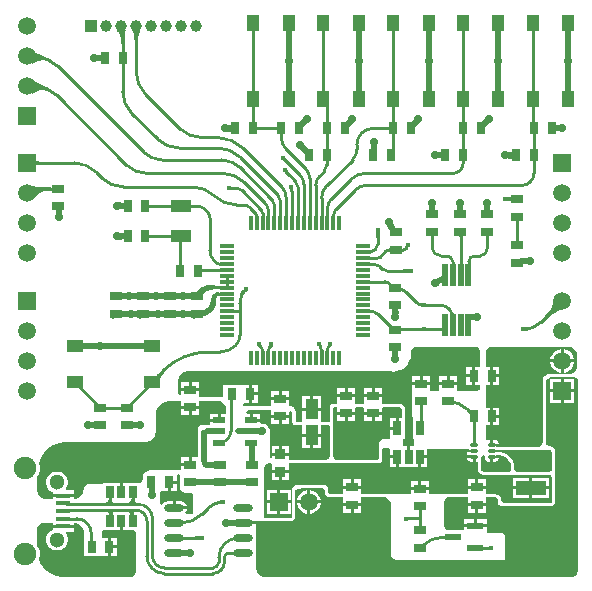
<source format=gtl>
G04*
G04 #@! TF.GenerationSoftware,Altium Limited,Altium Designer,22.8.2 (66)*
G04*
G04 Layer_Physical_Order=1*
G04 Layer_Color=255*
%FSLAX25Y25*%
%MOIN*%
G70*
G04*
G04 #@! TF.SameCoordinates,4F58F9C0-C404-4AA8-A12D-09E9B3034F0A*
G04*
G04*
G04 #@! TF.FilePolarity,Positive*
G04*
G01*
G75*
%ADD10C,0.01000*%
%ADD18R,0.05512X0.04331*%
%ADD19R,0.02000X0.07700*%
%ADD20R,0.03937X0.03150*%
%ADD21R,0.04331X0.05512*%
%ADD22R,0.03150X0.03937*%
%ADD23R,0.01181X0.04724*%
%ADD24R,0.04724X0.01181*%
%ADD25R,0.07087X0.03937*%
%ADD26R,0.04921X0.01575*%
%ADD27O,0.06693X0.02362*%
%ADD28R,0.02756X0.03937*%
%ADD29R,0.05512X0.02362*%
%ADD30R,0.03543X0.03543*%
G04:AMPARAMS|DCode=31|XSize=26.38mil|YSize=11.81mil|CornerRadius=1.95mil|HoleSize=0mil|Usage=FLASHONLY|Rotation=0.000|XOffset=0mil|YOffset=0mil|HoleType=Round|Shape=RoundedRectangle|*
%AMROUNDEDRECTD31*
21,1,0.02638,0.00791,0,0,0.0*
21,1,0.02248,0.01181,0,0,0.0*
1,1,0.00390,0.01124,-0.00396*
1,1,0.00390,-0.01124,-0.00396*
1,1,0.00390,-0.01124,0.00396*
1,1,0.00390,0.01124,0.00396*
%
%ADD31ROUNDEDRECTD31*%
%ADD32R,0.09843X0.04724*%
%ADD33R,0.02756X0.05118*%
%ADD34R,0.03937X0.02362*%
%ADD35R,0.04331X0.06693*%
%ADD56C,0.01968*%
%ADD57C,0.01065*%
%ADD58C,0.01575*%
%ADD59C,0.01181*%
%ADD60C,0.05906*%
%ADD61R,0.05906X0.05906*%
%ADD62C,0.03937*%
%ADD63R,0.03937X0.03937*%
%ADD64C,0.07480*%
%ADD65C,0.05118*%
%ADD66R,0.05906X0.05906*%
%ADD67C,0.01772*%
%ADD68C,0.02756*%
G36*
X424945Y305641D02*
X425155Y305501D01*
X425359Y305386D01*
X425557Y305297D01*
X425748Y305233D01*
X425934Y305195D01*
X426113Y305182D01*
X426286Y305195D01*
X426453Y305233D01*
X426613Y305297D01*
X426210Y304098D01*
X424581Y304687D01*
X424729Y305807D01*
X424945Y305641D01*
D02*
G37*
G36*
X427668Y305103D02*
X427742Y305081D01*
X427848Y305062D01*
X427987Y305046D01*
X428599Y305011D01*
X429503Y305000D01*
Y304000D01*
X429169Y303999D01*
X427668Y303897D01*
X427626Y303873D01*
Y305127D01*
X427668Y305103D01*
D02*
G37*
G36*
X418395Y301653D02*
X416250D01*
X416267Y301695D01*
X416282Y301777D01*
X416295Y301901D01*
X416324Y302513D01*
X416339Y303898D01*
X418307D01*
X418395Y301653D01*
D02*
G37*
G36*
X443408Y299885D02*
X443375Y299907D01*
X443315Y299926D01*
X443228Y299944D01*
X443114Y299959D01*
X442806Y299982D01*
X441868Y300000D01*
Y301575D01*
X442143Y301576D01*
X443315Y301648D01*
X443375Y301668D01*
X443408Y301690D01*
Y299885D01*
D02*
G37*
G36*
X473002Y303047D02*
X472538Y303011D01*
X472047Y302901D01*
X471528Y302720D01*
X470981Y302465D01*
X470407Y302138D01*
X469805Y301738D01*
X469175Y301266D01*
X467833Y300103D01*
X467120Y299413D01*
X466413Y300120D01*
X467103Y300833D01*
X468266Y302175D01*
X468738Y302805D01*
X469138Y303407D01*
X469465Y303981D01*
X469720Y304528D01*
X469901Y305047D01*
X470011Y305538D01*
X470047Y306002D01*
X473002Y303047D01*
D02*
G37*
G36*
X462491Y296354D02*
X460715Y295977D01*
X460519Y297218D01*
X460616Y297163D01*
X460735Y297124D01*
X460874Y297101D01*
X461035Y297094D01*
X461217Y297103D01*
X461419Y297127D01*
X461643Y297167D01*
X462154Y297296D01*
X462441Y297384D01*
X462491Y296354D01*
D02*
G37*
G36*
X427668Y297103D02*
X427742Y297081D01*
X427848Y297062D01*
X427987Y297046D01*
X428599Y297011D01*
X429503Y297000D01*
Y296000D01*
X429169Y295999D01*
X427668Y295897D01*
X427626Y295873D01*
Y297127D01*
X427668Y297103D01*
D02*
G37*
G36*
X426374Y295873D02*
X426332Y295897D01*
X426258Y295919D01*
X426152Y295938D01*
X426013Y295954D01*
X425401Y295989D01*
X424497Y296000D01*
Y297000D01*
X424831Y297001D01*
X426332Y297103D01*
X426374Y297127D01*
Y295873D01*
D02*
G37*
G36*
X476916Y290120D02*
X477619Y289416D01*
X478000Y288497D01*
X478000Y288000D01*
X478000Y286693D01*
X478000Y284414D01*
X478000Y284414D01*
X478000Y284127D01*
X477888Y283564D01*
X477668Y283034D01*
X477349Y282556D01*
X476943Y282150D01*
X476466Y281832D01*
X475936Y281612D01*
X475373Y281500D01*
X475086Y281500D01*
X468207Y281500D01*
X468207Y281500D01*
X468040Y281492D01*
X467711Y281427D01*
X467402Y281298D01*
X467124Y281112D01*
X467000Y281000D01*
X466887Y280876D01*
X466701Y280597D01*
X466573Y280288D01*
X466508Y279960D01*
X466500Y279793D01*
X466500Y259220D01*
X466500Y259220D01*
X466500Y259216D01*
X466500Y259208D01*
X466500Y259200D01*
X466500Y259192D01*
X466499Y259188D01*
X466500Y258832D01*
X466228Y258173D01*
X465725Y257668D01*
X465067Y257395D01*
X464711Y257394D01*
X451902D01*
X451841Y257469D01*
X451083D01*
X451004Y257521D01*
X450537Y257614D01*
X449413D01*
Y257968D01*
X448913D01*
Y259582D01*
X448289D01*
X448000Y259525D01*
X447500Y259829D01*
Y264531D01*
X448953D01*
Y267500D01*
Y270468D01*
X447500D01*
Y278031D01*
X448953D01*
Y281000D01*
Y283968D01*
X447500D01*
Y289000D01*
X447500Y289000D01*
X447571Y289471D01*
X447728Y289850D01*
X448150Y290272D01*
X448702Y290500D01*
X449000Y290500D01*
X461540Y290492D01*
X461540Y290492D01*
X461540Y290492D01*
X461540Y290492D01*
X462003Y290500D01*
X475500Y290500D01*
X475500Y290500D01*
X475500Y290500D01*
X475997Y290500D01*
X476916Y290120D01*
D02*
G37*
G36*
X376033Y290615D02*
X375976Y290606D01*
X375922Y290582D01*
X375870Y290545D01*
X375821Y290494D01*
X375775Y290428D01*
X375731Y290349D01*
X375691Y290256D01*
X375653Y290148D01*
X375618Y290027D01*
X375585Y289891D01*
X374757Y290595D01*
X375122Y291385D01*
X376033Y290615D01*
D02*
G37*
G36*
X418268Y287616D02*
X416243D01*
X416249Y287649D01*
X416254Y287737D01*
X416272Y290401D01*
X418240D01*
X418268Y287616D01*
D02*
G37*
G36*
X424000Y290500D02*
X444699Y290500D01*
X445066Y290348D01*
X445348Y290066D01*
X445500Y289699D01*
Y283968D01*
X444047D01*
Y281000D01*
Y278031D01*
X445500D01*
Y276801D01*
X445348Y276433D01*
X445066Y276152D01*
X444699Y276000D01*
X438322Y276000D01*
X437968Y276354D01*
Y277906D01*
X435000D01*
X432031D01*
Y276000D01*
X429322Y276000D01*
X428968Y276353D01*
Y277906D01*
X426000D01*
X423032D01*
Y275945D01*
X423031Y275940D01*
X423032Y275075D01*
X423032Y275075D01*
Y270646D01*
X423031Y269859D01*
X423084Y264930D01*
X423101Y260441D01*
X423102Y260130D01*
X423102Y259941D01*
X423103Y259941D01*
X423103D01*
X423103Y259941D01*
X423591Y259870D01*
X423603Y258110D01*
X423119Y257610D01*
X422240D01*
Y254051D01*
X421240D01*
Y257610D01*
X420273D01*
X419921Y257965D01*
X419938Y259941D01*
X420378D01*
Y259948D01*
X420393D01*
X420462Y270509D01*
X420462Y270509D01*
X420462Y270509D01*
X420448Y270701D01*
X420310Y271057D01*
X420044Y271332D01*
X419691Y271481D01*
X419500Y271500D01*
X413332Y271500D01*
X412968Y271831D01*
X412968Y272000D01*
Y273905D01*
X410000D01*
X407031D01*
Y272000D01*
X406669Y271500D01*
X404263D01*
X403968Y271878D01*
X403968Y272000D01*
Y273953D01*
X401000D01*
X398031D01*
Y272000D01*
X397737Y271500D01*
X396000D01*
X395902Y271490D01*
X395722Y271416D01*
X395584Y271278D01*
X395510Y271097D01*
X395500Y271000D01*
Y265900D01*
X395424Y265717D01*
X395283Y265576D01*
X395099Y265500D01*
X392665D01*
Y269331D01*
X389500D01*
X386335D01*
Y265500D01*
X384500D01*
X384112Y265771D01*
X384069Y265908D01*
X384076Y266000D01*
X384076Y267067D01*
X384076D01*
X384066Y267298D01*
X384056Y267760D01*
Y268222D01*
X384066Y268684D01*
X384076Y268915D01*
X384084Y269132D01*
X384036Y269562D01*
X383905Y269975D01*
X383695Y270354D01*
X383563Y270526D01*
X383463Y270632D01*
X383232Y270808D01*
X382969Y270930D01*
X382685Y270992D01*
X382540Y271000D01*
X381968D01*
Y272953D01*
X379000D01*
X376031D01*
Y270986D01*
X375207Y270978D01*
X375207Y270978D01*
X375181Y270984D01*
X375130Y270992D01*
X375078Y270998D01*
X375026Y271000D01*
X375000Y271000D01*
X366900Y271000D01*
X366717Y271076D01*
X366576Y271217D01*
X366500Y271400D01*
Y271532D01*
X366917Y272031D01*
X368453D01*
Y275000D01*
Y277969D01*
X366378D01*
X366378Y277969D01*
X366370Y277970D01*
X366351Y277977D01*
X366316Y277980D01*
X366316Y277980D01*
X366249Y277974D01*
X366249D01*
X366136Y277969D01*
X365879Y277970D01*
X365845Y277971D01*
X365778Y277976D01*
X365778Y277976D01*
X365744Y277974D01*
X365674Y277972D01*
X365604Y277972D01*
X365535Y277974D01*
X365500Y277976D01*
X365500Y277976D01*
X365440Y277973D01*
X365321Y277970D01*
X365201Y277970D01*
X365082Y277973D01*
X365023Y277976D01*
X365022Y277976D01*
X364994Y277974D01*
X364938Y277973D01*
X364881Y277973D01*
X364825Y277974D01*
X364796Y277976D01*
X364796Y277976D01*
X364732Y277972D01*
X364603Y277969D01*
X364475Y277969D01*
X364346Y277972D01*
X364282Y277976D01*
X364282Y277976D01*
X364209Y277971D01*
X364101Y277969D01*
X363990D01*
X363918Y277969D01*
X363772Y277977D01*
X363700Y277983D01*
X363700Y277983D01*
X363650Y277987D01*
X363549Y277991D01*
X363449Y277991D01*
X363349Y277987D01*
X363299Y277983D01*
X363299Y277983D01*
X363231Y277977D01*
X363095Y277970D01*
X362976Y277969D01*
X362950D01*
X362823Y277972D01*
X362755Y277976D01*
X362723Y277975D01*
X362660Y277974D01*
X362596Y277975D01*
X362532Y277977D01*
X362500Y277978D01*
X362500Y277978D01*
X362461Y277977D01*
X362383Y277976D01*
X362305Y277976D01*
X362228Y277978D01*
X362189Y277980D01*
X362189Y277979D01*
X362144Y277983D01*
X362053Y277988D01*
X361963Y277990D01*
X361873Y277990D01*
X361828Y277989D01*
X361828Y277989D01*
X361823Y277989D01*
X361815Y277988D01*
X361806Y277988D01*
X361797Y277988D01*
X361792Y277988D01*
X361248Y277978D01*
X361142Y277977D01*
X360930Y277979D01*
X360718Y277988D01*
X360507Y278003D01*
X360401Y278014D01*
X360401Y278013D01*
X360313Y278009D01*
X360145Y277957D01*
X360004Y277851D01*
X359907Y277704D01*
X359879Y277620D01*
Y274779D01*
X359878Y274778D01*
Y274623D01*
X359759Y274337D01*
X359541Y274118D01*
X359255Y274000D01*
X351969D01*
Y275905D01*
X349000D01*
X346031D01*
Y274611D01*
X345954Y274534D01*
X345393Y274485D01*
X345228Y274650D01*
X345000Y275202D01*
X345000Y275500D01*
Y279499D01*
X345000Y279500D01*
X345037Y279984D01*
X345115Y280375D01*
X345341Y280921D01*
X345669Y281413D01*
X346087Y281831D01*
X346578Y282159D01*
X347125Y282385D01*
X347704Y282500D01*
X348000Y282500D01*
X416000Y282500D01*
X416567Y282454D01*
X417701Y282529D01*
X418799Y282825D01*
X419818Y283329D01*
X420719Y284022D01*
X421468Y284877D01*
X422035Y285863D01*
X422399Y286940D01*
X422500Y287500D01*
X422500Y288999D01*
X422500D01*
X422524Y289162D01*
X422571Y289471D01*
X422727Y289850D01*
X423149Y290272D01*
X423701Y290500D01*
X424000Y290500D01*
D02*
G37*
G36*
X477000Y280500D02*
X477000D01*
X477458Y280433D01*
X477784Y280298D01*
X478158Y279924D01*
X478360Y279436D01*
X478360Y279172D01*
X478360Y216359D01*
X478360Y216359D01*
X478360Y215890D01*
X478000Y215023D01*
X477337Y214359D01*
X476469Y214000D01*
X476000Y214000D01*
X373705D01*
X373125Y214115D01*
X372579Y214341D01*
X372088Y214670D01*
X371670Y215088D01*
X371341Y215579D01*
X371115Y216125D01*
X371000Y216705D01*
X371000Y218500D01*
X371000Y230585D01*
X371000Y231207D01*
X371000Y231207D01*
X371000Y231207D01*
X370994Y231264D01*
X370951Y231370D01*
X370951Y231370D01*
X370870Y231451D01*
X370870Y231451D01*
X370812Y231475D01*
X370794Y231500D01*
X366417D01*
Y232500D01*
X371095D01*
X371100Y232507D01*
X373000Y232500D01*
X373802D01*
X373901Y232480D01*
X381924D01*
X382023Y232500D01*
X382462D01*
Y232500D01*
X382744Y232528D01*
X383266Y232744D01*
X383666Y233144D01*
X383808Y233487D01*
X383883Y233666D01*
X383910Y233949D01*
X383910Y233949D01*
X383992Y234411D01*
X384026Y234582D01*
Y242877D01*
X384091Y243032D01*
X384420Y243357D01*
X384709Y243474D01*
X387230Y243480D01*
X393236Y243480D01*
X393538Y243355D01*
X393806Y243088D01*
X393951Y242739D01*
Y242004D01*
X393979Y241711D01*
X394204Y241169D01*
X394619Y240754D01*
X395161Y240529D01*
X395455Y240500D01*
X395703D01*
X395801Y240480D01*
X400032D01*
Y238547D01*
X403000D01*
X405969D01*
Y240480D01*
X414045Y240480D01*
X414916Y240120D01*
X415620Y239416D01*
X416000Y238497D01*
X416000Y238000D01*
X416000Y221500D01*
X416038Y221110D01*
X416337Y220389D01*
X416889Y219837D01*
X417610Y219538D01*
X418000Y219500D01*
X453000D01*
X453195Y219519D01*
X453556Y219669D01*
X453831Y219944D01*
X453981Y220305D01*
X454000Y220500D01*
Y227500D01*
X453981Y227695D01*
X453831Y228056D01*
X453556Y228331D01*
X453195Y228481D01*
X453000Y228500D01*
X448132D01*
X447756Y228799D01*
Y230480D01*
X444000D01*
X440244D01*
Y229907D01*
X440170Y229797D01*
X439814Y229516D01*
X439744Y229500D01*
X435102Y229500D01*
X434367Y229804D01*
X433805Y230367D01*
X433500Y231102D01*
Y238898D01*
X433805Y239633D01*
X434367Y240195D01*
X435055Y240480D01*
X441532D01*
Y238547D01*
X444500D01*
X447469D01*
Y240480D01*
X450950D01*
X451042Y240471D01*
X451256Y240383D01*
X451383Y240256D01*
X451471Y240042D01*
X451480Y239950D01*
X451480Y239702D01*
X451480Y239702D01*
X451480Y239702D01*
X451500Y239603D01*
Y239207D01*
X451508Y239040D01*
X451574Y238712D01*
X451701Y238402D01*
X451888Y238124D01*
X452000Y238000D01*
X452124Y237888D01*
X452402Y237702D01*
X452711Y237574D01*
X453040Y237508D01*
X453207Y237500D01*
X453603D01*
X453702Y237480D01*
X453702Y237480D01*
X453702Y237480D01*
X454000Y237480D01*
X468999D01*
X469099Y237480D01*
X469099Y237480D01*
X469099Y237480D01*
X469301Y237520D01*
X469489Y237558D01*
X469489Y237558D01*
X469489Y237558D01*
X469673Y237634D01*
X469673Y237634D01*
X469673Y237634D01*
X469836Y237743D01*
X470004Y237855D01*
X470004Y237855D01*
X470004Y237855D01*
X470145Y237996D01*
X470145Y237996D01*
X470145Y237996D01*
X470257Y238164D01*
X470366Y238327D01*
X470366Y238327D01*
X470366Y238327D01*
X470442Y238511D01*
X470442Y238511D01*
X470442Y238511D01*
X470479Y238697D01*
X470520Y238901D01*
X470520Y238901D01*
X470520Y238901D01*
X470519Y239000D01*
X470520Y239000D01*
X470520Y247199D01*
X470500Y247298D01*
Y249703D01*
X470520Y249801D01*
Y255670D01*
X470505Y255744D01*
X470500Y256206D01*
Y256207D01*
X470500D01*
X470500Y256207D01*
X470500Y256207D01*
X470475Y256459D01*
X470391Y256662D01*
X470282Y256925D01*
X469925Y257282D01*
X469459Y257475D01*
X469207Y257500D01*
X469039Y257500D01*
X468709Y257566D01*
X468398Y257694D01*
X468119Y257881D01*
X467881Y258119D01*
X467694Y258399D01*
X467566Y258709D01*
X467519Y258942D01*
X467519Y259177D01*
X467519Y259178D01*
X467519Y259179D01*
X467519Y259183D01*
X467519Y259184D01*
X467519Y259192D01*
X467519Y259194D01*
X467519Y259197D01*
X467519Y259205D01*
X467519Y259207D01*
X467519Y259208D01*
X467520Y259212D01*
X467519Y259216D01*
X467520Y259220D01*
X467520Y279060D01*
X467565Y279291D01*
X467694Y279602D01*
X467881Y279881D01*
X468000Y280000D01*
X468119Y280119D01*
X468398Y280306D01*
X468709Y280435D01*
X468940Y280480D01*
X475085Y280480D01*
X475372Y280480D01*
X475471Y280500D01*
X475571Y280500D01*
X475572Y280500D01*
X477000Y280500D01*
X477000Y280500D01*
D02*
G37*
G36*
X359916Y272119D02*
X360619Y271416D01*
X360971Y270568D01*
Y268421D01*
X359185D01*
Y266240D01*
X358685D01*
Y265740D01*
X355716D01*
Y264523D01*
X354707D01*
X354603Y264502D01*
X354585Y264500D01*
X352500D01*
X352305Y264481D01*
X351944Y264332D01*
X351669Y264056D01*
X351519Y263695D01*
X351500Y263500D01*
Y262116D01*
X351477Y262000D01*
Y254028D01*
X349500D01*
Y251453D01*
X349000D01*
Y250953D01*
X346031D01*
Y249500D01*
X335327D01*
X334887Y249457D01*
X334073Y249120D01*
X333451Y248497D01*
X333114Y247684D01*
X333071Y247244D01*
Y246804D01*
X332734Y245992D01*
X332113Y245371D01*
X331684Y245193D01*
X326500D01*
Y242224D01*
X325500D01*
Y245193D01*
X319882D01*
Y245000D01*
X315000Y245000D01*
X314707Y244971D01*
X314167Y244747D01*
X313753Y244333D01*
X313529Y243793D01*
X313500Y243500D01*
X313500Y243155D01*
X313366Y242479D01*
X313102Y241842D01*
X312719Y241269D01*
X312231Y240781D01*
X311658Y240398D01*
X311021Y240135D01*
X310559Y240043D01*
X310059Y240365D01*
Y240618D01*
X306598D01*
X303138D01*
Y240000D01*
X301000D01*
X300705Y240000D01*
X300125Y240115D01*
X299579Y240341D01*
X299088Y240670D01*
X298670Y241088D01*
X298341Y241579D01*
X298115Y242125D01*
X298000Y242705D01*
X298000Y243000D01*
Y247720D01*
X298417Y248442D01*
X298740Y249648D01*
Y250896D01*
X298425Y252071D01*
X299138Y253792D01*
X300233Y255430D01*
X301625Y256823D01*
X303263Y257917D01*
X305083Y258671D01*
X307015Y259055D01*
X334055D01*
X334393Y259072D01*
X335055Y259204D01*
X335679Y259462D01*
X336241Y259837D01*
X336718Y260315D01*
X337093Y260876D01*
X337352Y261500D01*
X337483Y262162D01*
X337500Y262500D01*
X337500Y268000D01*
X337500Y268443D01*
X337673Y269313D01*
X338012Y270131D01*
X338505Y270869D01*
X339131Y271495D01*
X339868Y271988D01*
X340687Y272327D01*
X341557Y272500D01*
X342000Y272500D01*
X342000Y272500D01*
X346031D01*
Y271000D01*
X349000D01*
X351969D01*
Y272500D01*
X358500D01*
X358997Y272500D01*
X359916Y272119D01*
D02*
G37*
G36*
X318681Y265551D02*
Y263583D01*
X315920Y263578D01*
Y265556D01*
X318681Y265551D01*
D02*
G37*
G36*
X372079Y261475D02*
X372043Y261483D01*
X371954Y261490D01*
X371062Y261509D01*
X369315Y261516D01*
Y263484D01*
X372079Y263525D01*
Y261475D01*
D02*
G37*
G36*
X398031Y270075D02*
Y269047D01*
X401000D01*
X403968D01*
Y270018D01*
X404020Y270160D01*
X404263Y270480D01*
X406669D01*
X406961Y270198D01*
X407031Y270041D01*
Y269000D01*
X410000D01*
X412968D01*
Y270121D01*
X413055Y270207D01*
X413469Y270480D01*
X418942Y270480D01*
X419439Y269980D01*
X419420Y267059D01*
X418500D01*
Y263500D01*
X418000D01*
Y263000D01*
X415622D01*
Y260000D01*
X413500D01*
X413207Y259971D01*
X412667Y259747D01*
X412253Y259333D01*
X412029Y258793D01*
X412000Y258500D01*
Y256616D01*
X411981Y256536D01*
X411984Y256518D01*
X411980Y256500D01*
Y253754D01*
X411848Y253433D01*
X411566Y253152D01*
X411246Y253020D01*
X397654Y253020D01*
X397150Y253228D01*
X396728Y253650D01*
X396500Y254202D01*
Y265802D01*
X396520Y265900D01*
Y270147D01*
X396576Y270283D01*
X396717Y270424D01*
X396853Y270480D01*
X397737D01*
X398031Y270075D01*
D02*
G37*
G36*
X376031Y269500D02*
Y268047D01*
X379000D01*
X381968D01*
Y269124D01*
X382469Y269408D01*
X382603Y269352D01*
X382876Y269078D01*
X383025Y268721D01*
Y268527D01*
X383025D01*
Y265956D01*
X383053Y265668D01*
X383273Y265136D01*
X383680Y264729D01*
X384212Y264509D01*
X384500Y264480D01*
X386335D01*
Y261669D01*
X389500D01*
X392665D01*
Y264480D01*
X395046D01*
X395047Y264480D01*
X395099D01*
X395106Y264482D01*
X395108Y264482D01*
X395480Y264130D01*
Y254202D01*
X395487Y254170D01*
X395272Y253650D01*
X394850Y253228D01*
X394346Y253019D01*
X382272Y253019D01*
X382111Y253078D01*
X381933Y253215D01*
X381772Y253431D01*
Y254453D01*
X376228D01*
Y254030D01*
X375728Y253781D01*
X375527Y253932D01*
X375466Y254253D01*
X375518Y254500D01*
X375518Y254500D01*
X375518Y262018D01*
X375560Y262330D01*
X375530Y262957D01*
X375347Y263559D01*
X375024Y264098D01*
X374580Y264542D01*
X374041Y264865D01*
X373440Y265047D01*
X372966Y265071D01*
X372812Y265078D01*
X372783Y265074D01*
X372284Y265444D01*
Y265740D01*
X369315D01*
Y266240D01*
X368815D01*
Y268421D01*
X367800D01*
X367593Y268921D01*
X367867Y269196D01*
X368602Y269500D01*
X369000D01*
X376031Y269500D01*
D02*
G37*
G36*
X452320Y254526D02*
X453127Y254335D01*
X453858Y254001D01*
X454508Y253530D01*
X455054Y252940D01*
X455475Y252256D01*
X455752Y251502D01*
X455853Y250861D01*
X455853Y250631D01*
X455853Y250618D01*
X455854Y250594D01*
X455854Y250569D01*
X455854Y250544D01*
X455854Y250532D01*
X455854Y249987D01*
X455854Y249987D01*
X455858Y249795D01*
X455717Y249435D01*
X455449Y249158D01*
X455096Y249004D01*
X454903Y249000D01*
X446801Y249000D01*
X446433Y249152D01*
X446152Y249433D01*
X446000Y249801D01*
Y254000D01*
X446173Y254428D01*
X446213Y254468D01*
X446754Y254491D01*
X447071Y254115D01*
Y253636D01*
X447164Y253170D01*
X447428Y252774D01*
X447823Y252510D01*
X448289Y252417D01*
X448913D01*
Y254031D01*
X449413D01*
Y254386D01*
X450537D01*
X451004Y254479D01*
X451083Y254532D01*
X452243D01*
X452245Y254532D01*
X452320Y254526D01*
D02*
G37*
G36*
X413552Y257052D02*
X415269Y257052D01*
X415622Y256698D01*
Y254551D01*
X418000D01*
Y254051D01*
X418500D01*
Y250492D01*
X424980D01*
Y254051D01*
X425480D01*
Y254551D01*
X427858D01*
Y256531D01*
X440800Y256531D01*
X440828Y256500D01*
X441917D01*
X441996Y256447D01*
X442463Y256354D01*
X443587D01*
Y255500D01*
X441265D01*
X441337Y255138D01*
X441419Y255016D01*
X441337Y254893D01*
X441265Y254532D01*
X443587D01*
Y254031D01*
X444087D01*
Y252417D01*
X444711D01*
X444980Y252196D01*
Y249801D01*
X445024Y249581D01*
X445038Y249451D01*
X445197Y249075D01*
X445210Y249043D01*
X445211Y249042D01*
X445311Y248806D01*
X445806Y248311D01*
X446042Y248211D01*
X446043Y248210D01*
X446074Y248198D01*
X446451Y248038D01*
X446581Y248024D01*
X446801Y247980D01*
X454903Y247980D01*
X454913Y247982D01*
X454922Y247981D01*
X455115Y247984D01*
X455187Y248000D01*
X457684D01*
X457782Y247980D01*
X458000Y247980D01*
X462746Y247980D01*
X468699D01*
X468731Y247987D01*
X469066Y247848D01*
X469348Y247566D01*
X469500Y247199D01*
X469500Y239000D01*
X469500Y239000D01*
X469500Y238900D01*
X469424Y238717D01*
X469283Y238576D01*
X469100Y238500D01*
X469000Y238500D01*
X454000D01*
X453702Y238500D01*
X453150Y238728D01*
X452728Y239150D01*
X452500Y239702D01*
X452500Y240000D01*
X452500D01*
X452471Y240293D01*
X452247Y240833D01*
X451833Y241247D01*
X451293Y241471D01*
X451000Y241500D01*
X447469D01*
Y243453D01*
X444500D01*
Y243953D01*
D01*
Y243453D01*
X441532D01*
Y241500D01*
X428469Y241500D01*
Y242953D01*
X425500D01*
X422532D01*
Y241500D01*
X405969Y241500D01*
Y243453D01*
X403000D01*
X400032D01*
Y241500D01*
X395801D01*
X395433Y241652D01*
X395152Y241933D01*
X395000Y242301D01*
Y243250D01*
X395000D01*
X395000Y243250D01*
X395000Y243250D01*
X394976Y243494D01*
X394888Y243705D01*
X394789Y243945D01*
X394444Y244289D01*
X393994Y244476D01*
X393750Y244500D01*
X387228Y244500D01*
X383901Y244492D01*
X383901Y244492D01*
X383726Y244474D01*
X383403Y244339D01*
X383156Y244090D01*
X383023Y243766D01*
X383006Y243591D01*
Y234582D01*
X382801Y234086D01*
X382421Y233706D01*
X381924Y233500D01*
X373901D01*
X373717Y233576D01*
X373576Y233717D01*
X373500Y233900D01*
Y250000D01*
X373500Y250000D01*
X373536Y250485D01*
X373805Y251135D01*
X374368Y251698D01*
X375105Y252003D01*
X375503Y252003D01*
X375617Y252003D01*
X375805D01*
X376124Y251728D01*
X376228Y251500D01*
Y249547D01*
X381772D01*
Y251500D01*
X381772Y251819D01*
X382197Y252000D01*
X412000Y252000D01*
X412195Y252019D01*
X412556Y252168D01*
X412831Y252444D01*
X412981Y252805D01*
X413000Y253000D01*
Y256500D01*
X413192Y256921D01*
X413239Y256968D01*
X413442Y257052D01*
X413552Y257052D01*
D02*
G37*
G36*
X466000Y256354D02*
X468816D01*
X469130Y256224D01*
X469370Y255984D01*
X469500Y255670D01*
Y249801D01*
X469348Y249433D01*
X469066Y249152D01*
X468699Y249000D01*
X462746D01*
X458000Y249000D01*
X457782Y249000D01*
X457379Y249167D01*
X457071Y249475D01*
X456904Y249878D01*
X456904Y250096D01*
X456904Y250263D01*
X456900Y250767D01*
X456744Y251760D01*
X456396Y252703D01*
X455871Y253559D01*
X455188Y254297D01*
X454373Y254886D01*
X453460Y255304D01*
X452481Y255535D01*
X451980Y255577D01*
X451980Y255577D01*
X451980Y255577D01*
X450879Y255577D01*
X450537Y255645D01*
X448289D01*
X448126Y255779D01*
Y256354D01*
X466000Y256354D01*
D02*
G37*
G36*
X337289Y242208D02*
X335152D01*
X335168Y242250D01*
X335182Y242333D01*
X335195Y242459D01*
X335223Y243085D01*
X335236Y244504D01*
X337205D01*
X337289Y242208D01*
D02*
G37*
G36*
X359501Y238268D02*
X359394Y238326D01*
X359267Y238366D01*
X359122Y238389D01*
X358958Y238393D01*
X358775Y238380D01*
X358574Y238350D01*
X358353Y238301D01*
X358114Y238235D01*
X357578Y238050D01*
X357517Y239091D01*
X359272Y239504D01*
X359501Y238268D01*
D02*
G37*
G36*
X330279Y239690D02*
X330311Y239509D01*
X330364Y239349D01*
X330439Y239211D01*
X330535Y239094D01*
X330652Y238998D01*
X330791Y238923D01*
X330950Y238870D01*
X331132Y238838D01*
X329818Y238058D01*
X329736Y238081D01*
X328138Y238827D01*
X328340Y238838D01*
X328521Y238870D01*
X328681Y238923D01*
X328819Y238998D01*
X328937Y239094D01*
X329033Y239211D01*
X329107Y239349D01*
X329160Y239509D01*
X329192Y239690D01*
X329203Y239893D01*
X330269D01*
X330279Y239690D01*
D02*
G37*
G36*
X322799D02*
X322831Y239509D01*
X322884Y239349D01*
X322959Y239211D01*
X323055Y239094D01*
X323172Y238998D01*
X323310Y238923D01*
X323470Y238870D01*
X323651Y238838D01*
X322338Y238058D01*
X322255Y238081D01*
X320657Y238827D01*
X320860Y238838D01*
X321041Y238870D01*
X321201Y238923D01*
X321339Y238998D01*
X321456Y239094D01*
X321552Y239211D01*
X321627Y239349D01*
X321680Y239509D01*
X321712Y239690D01*
X321723Y239893D01*
X322788D01*
X322799Y239690D01*
D02*
G37*
G36*
X345157Y248245D02*
X345490Y247913D01*
X345669Y247479D01*
Y247244D01*
X345669D01*
Y243730D01*
X345703Y243392D01*
X345961Y242769D01*
X346438Y242291D01*
X347062Y242033D01*
X347399Y242000D01*
X349037D01*
X349479Y241817D01*
X349817Y241479D01*
X350000Y241037D01*
Y235642D01*
X349878Y235347D01*
X349653Y235122D01*
X349358Y235000D01*
X347512D01*
X347369Y235500D01*
X347803Y236149D01*
X347872Y236500D01*
X343583D01*
Y237000D01*
X343083D01*
Y239224D01*
X341417D01*
X340566Y239055D01*
X339845Y238573D01*
X339476Y238021D01*
X338976Y238173D01*
X338976Y242225D01*
X339354Y242520D01*
X341429D01*
Y245488D01*
X341929D01*
Y245988D01*
X344504D01*
Y247991D01*
X345004Y248309D01*
X345157Y248245D01*
D02*
G37*
G36*
X330924Y235720D02*
X330760Y235710D01*
X330613Y235678D01*
X330484Y235624D01*
X330371Y235550D01*
X330276Y235454D01*
X330199Y235337D01*
X330138Y235198D01*
X330095Y235038D01*
X330069Y234857D01*
X330060Y234655D01*
X328995D01*
X328984Y234857D01*
X328952Y235038D01*
X328899Y235198D01*
X328824Y235337D01*
X328729Y235454D01*
X328611Y235550D01*
X328473Y235624D01*
X328313Y235678D01*
X328132Y235710D01*
X329528Y236510D01*
X330924Y235720D01*
D02*
G37*
G36*
X322441Y236466D02*
X324039Y235720D01*
X323837Y235710D01*
X323656Y235678D01*
X323496Y235624D01*
X323357Y235550D01*
X323240Y235454D01*
X323144Y235337D01*
X323070Y235198D01*
X323016Y235038D01*
X322984Y234857D01*
X322974Y234655D01*
X321908D01*
X321898Y234857D01*
X321866Y235038D01*
X321812Y235198D01*
X321738Y235337D01*
X321642Y235454D01*
X321525Y235550D01*
X321386Y235624D01*
X321226Y235678D01*
X321045Y235710D01*
X322358Y236490D01*
X322441Y236466D01*
D02*
G37*
G36*
X421512Y234090D02*
X421579Y234076D01*
X421680Y234064D01*
X421982Y234044D01*
X423325Y234024D01*
X423406Y233024D01*
X423075Y233022D01*
X421746Y232939D01*
X421634Y232914D01*
X421554Y232884D01*
X421506Y232852D01*
X421478Y234105D01*
X421512Y234090D01*
D02*
G37*
G36*
X352374Y226373D02*
X352332Y226397D01*
X352258Y226419D01*
X352152Y226438D01*
X352013Y226454D01*
X351401Y226489D01*
X350497Y226500D01*
Y227500D01*
X350831Y227501D01*
X352332Y227603D01*
X352374Y227627D01*
Y226373D01*
D02*
G37*
G36*
X448686Y222873D02*
X448644Y222897D01*
X448570Y222919D01*
X448463Y222938D01*
X448324Y222954D01*
X447713Y222989D01*
X446809Y223000D01*
Y224000D01*
X447143Y224001D01*
X448644Y224103D01*
X448686Y224127D01*
Y222873D01*
D02*
G37*
G36*
X326500Y229807D02*
X328049D01*
X328084Y229722D01*
X328222Y229584D01*
X328402Y229510D01*
X328500Y229500D01*
X330199D01*
X330566Y229348D01*
X330848Y229066D01*
X331000Y228699D01*
Y215602D01*
X330696Y214867D01*
X330133Y214304D01*
X329398Y214000D01*
X306127D01*
X304385Y214346D01*
X302745Y215026D01*
X301268Y216013D01*
X300013Y217268D01*
X299026Y218745D01*
X298469Y220091D01*
X298740Y221104D01*
Y222352D01*
X298417Y223558D01*
X298000Y224280D01*
X298000Y229997D01*
X298000Y230396D01*
X298305Y231132D01*
X298868Y231695D01*
X299604Y232000D01*
X300003Y232000D01*
X300003Y232000D01*
X303138Y232000D01*
Y231382D01*
X306598D01*
X310059D01*
Y231911D01*
X310811D01*
X311052Y231864D01*
X311697Y231596D01*
X312278Y231208D01*
X312772Y230715D01*
X313160Y230134D01*
X313427Y229488D01*
X313541Y228916D01*
X313563Y228454D01*
Y228454D01*
X313563D01*
X313563Y228454D01*
Y226969D01*
X313520D01*
Y221031D01*
X321500D01*
Y224000D01*
Y226969D01*
X319500D01*
Y229179D01*
X319561Y229326D01*
X319674Y229439D01*
X319821Y229500D01*
X323996Y229500D01*
X324056Y229506D01*
X324167Y229552D01*
X324251Y229637D01*
X324297Y229747D01*
X324303Y229807D01*
X324303Y229807D01*
X325500D01*
Y232776D01*
X326500D01*
Y229807D01*
D02*
G37*
G36*
X303200Y342953D02*
X302355Y342926D01*
X301557Y342845D01*
X300807Y342710D01*
X300104Y342522D01*
X299448Y342279D01*
X298840Y341982D01*
X298280Y341632D01*
X297767Y341228D01*
X297302Y340769D01*
X296884Y340257D01*
X296167Y344437D01*
X296359Y344345D01*
X296652Y344263D01*
X297045Y344190D01*
X297539Y344127D01*
X299627Y343996D01*
X302620Y343953D01*
X303200Y342953D01*
D02*
G37*
G36*
X306102Y336762D02*
X306203Y334708D01*
X304033Y334708D01*
X304052Y334752D01*
X304069Y334831D01*
X304084Y334947D01*
X304109Y335286D01*
X304134Y336762D01*
X306102Y336762D01*
D02*
G37*
G36*
X298441Y351500D02*
X298249Y351495D01*
X298076Y351480D01*
X297925Y351455D01*
X297793Y351420D01*
X297682Y351375D01*
X297591Y351320D01*
X297520Y351255D01*
X297469Y351180D01*
X297439Y351095D01*
X297429Y351000D01*
Y353000D01*
X297439Y352905D01*
X297469Y352820D01*
X297520Y352745D01*
X297591Y352680D01*
X297682Y352625D01*
X297793Y352580D01*
X297925Y352545D01*
X298076Y352520D01*
X298249Y352505D01*
X298441Y352500D01*
Y351500D01*
D02*
G37*
G36*
X327335Y326575D02*
X325261Y326475D01*
Y328643D01*
X325304Y328624D01*
X325384Y328607D01*
X325500Y328592D01*
X325843Y328568D01*
X327335Y328543D01*
Y326575D01*
D02*
G37*
G36*
X327472Y336811D02*
X325271Y336720D01*
Y338871D01*
X325313Y338854D01*
X325395Y338838D01*
X325517Y338824D01*
X326118Y338794D01*
X327472Y338779D01*
Y336811D01*
D02*
G37*
G36*
X302933Y375192D02*
X302309Y375593D01*
X301672Y375901D01*
X301021Y376116D01*
X300358Y376238D01*
X299681Y376267D01*
X298991Y376203D01*
X298287Y376046D01*
X297571Y375796D01*
X296841Y375453D01*
X296098Y375017D01*
X296947Y379152D01*
X303001Y376355D01*
X302933Y375192D01*
D02*
G37*
G36*
X302929Y385112D02*
X302286Y385507D01*
X301633Y385811D01*
X300971Y386026D01*
X300299Y386150D01*
X299619Y386184D01*
X298929Y386128D01*
X298229Y385982D01*
X297521Y385746D01*
X296803Y385419D01*
X296076Y385003D01*
X296965Y389126D01*
X302995Y386262D01*
X302929Y385112D01*
D02*
G37*
G36*
X320545Y386016D02*
X317841Y385974D01*
X317845Y388037D01*
X317882Y388028D01*
X317970Y388020D01*
X318548Y388000D01*
X320549Y387984D01*
X320545Y386016D01*
D02*
G37*
G36*
X325953Y391595D02*
X325940Y392241D01*
X325841Y393397D01*
X325755Y393907D01*
X325643Y394372D01*
X325507Y394790D01*
X325346Y395163D01*
X325160Y395491D01*
X324949Y395773D01*
X324714Y396010D01*
X327500Y396225D01*
X327396Y396065D01*
X327303Y395844D01*
X327221Y395560D01*
X327150Y395215D01*
X327090Y394807D01*
X327002Y393806D01*
X326953Y391840D01*
X325953Y391595D01*
D02*
G37*
G36*
X381398Y349454D02*
X381435Y349387D01*
X381497Y349298D01*
X381584Y349188D01*
X381992Y348731D01*
X382623Y348084D01*
X381916Y347377D01*
X381679Y347612D01*
X380546Y348602D01*
X380499Y348614D01*
X381386Y349501D01*
X381398Y349454D01*
D02*
G37*
G36*
X362663Y344108D02*
X362738Y344085D01*
X362846Y344065D01*
X362986Y344048D01*
X363363Y344021D01*
X364503Y344000D01*
Y343000D01*
X364170Y342999D01*
X362738Y342915D01*
X362663Y342892D01*
X362619Y342867D01*
Y344133D01*
X362663Y344108D01*
D02*
G37*
G36*
X383269Y342464D02*
X382409Y342407D01*
X382408Y342523D01*
X382389Y342799D01*
X382378Y342868D01*
X382365Y342925D01*
X382350Y342971D01*
X382332Y343005D01*
X382313Y343028D01*
X382291Y343039D01*
X383236Y343434D01*
X383269Y342464D01*
D02*
G37*
G36*
X367675Y309132D02*
X367554Y309094D01*
X367434Y309032D01*
X367314Y308943D01*
X367195Y308828D01*
X367075Y308688D01*
X366957Y308523D01*
X366838Y308331D01*
X366720Y308114D01*
X366485Y307602D01*
X365699Y308295D01*
X366630Y309832D01*
X367675Y309132D01*
D02*
G37*
G36*
X330500Y391659D02*
X330491Y392344D01*
X330357Y394078D01*
X330277Y394549D01*
X330179Y394968D01*
X330063Y395333D01*
X329929Y395645D01*
X329777Y395903D01*
X329607Y396109D01*
X332393D01*
X332223Y395903D01*
X332071Y395645D01*
X331938Y395333D01*
X331821Y394968D01*
X331723Y394549D01*
X331643Y394078D01*
X331536Y392975D01*
X331509Y392344D01*
X331500Y391659D01*
X330500D01*
D02*
G37*
G36*
X363457Y362530D02*
X361362Y362432D01*
Y364597D01*
X361406Y364578D01*
X361486Y364562D01*
X361603Y364547D01*
X361948Y364523D01*
X363457Y364499D01*
Y362530D01*
D02*
G37*
G36*
X381454Y351377D02*
X381217Y351612D01*
X380084Y352602D01*
X380037Y352614D01*
X380924Y353501D01*
X380936Y353454D01*
X380973Y353386D01*
X381035Y353298D01*
X381122Y353188D01*
X381530Y352731D01*
X382161Y352084D01*
X381454Y351377D01*
D02*
G37*
G36*
X384483Y364590D02*
X386419Y366597D01*
X387871Y365160D01*
X387844Y365140D01*
X387780Y365081D01*
X385887Y363209D01*
X384483Y364590D01*
D02*
G37*
G36*
X419997Y316500D02*
X420331Y316501D01*
X421832Y316603D01*
X421874Y316627D01*
Y315373D01*
X421832Y315397D01*
X421758Y315419D01*
X421652Y315438D01*
X421513Y315454D01*
X420901Y315489D01*
X419997Y315500D01*
Y316500D01*
D02*
G37*
G36*
X420047Y323547D02*
X420137Y323558D01*
X420220Y323589D01*
X420295Y323641D01*
X420363Y323714D01*
X420424Y323808D01*
X420477Y323922D01*
X420523Y324057D01*
X420562Y324214D01*
X420594Y324391D01*
X420619Y324588D01*
X421588Y323619D01*
X420952Y322770D01*
X420047Y323547D01*
D02*
G37*
G36*
X411000Y326997D02*
X410999Y327331D01*
X410897Y328832D01*
X410873Y328874D01*
X412127D01*
X412103Y328832D01*
X412081Y328758D01*
X412062Y328652D01*
X412046Y328513D01*
X412011Y327901D01*
X412000Y326997D01*
X411000D01*
D02*
G37*
G36*
X415610Y329159D02*
X414693Y331075D01*
X416683Y331918D01*
X416683Y331871D01*
X416699Y331791D01*
X416732Y331676D01*
X416847Y331346D01*
X417422Y329927D01*
X415610Y329159D01*
D02*
G37*
G36*
X428516Y334953D02*
X428462Y337594D01*
X430538D01*
X430528Y337556D01*
X430519Y337469D01*
X430504Y337142D01*
X430484Y334953D01*
X428516D01*
D02*
G37*
G36*
X409139Y355484D02*
X409069Y357952D01*
X411178D01*
X411165Y357913D01*
X411153Y357827D01*
X411142Y357695D01*
X411110Y356346D01*
X411108Y355484D01*
X409139D01*
D02*
G37*
G36*
X399721Y364601D02*
X401671Y366601D01*
X403113Y365159D01*
X403084Y365139D01*
X403016Y365080D01*
X401816Y363910D01*
X401113Y363209D01*
X399721Y364601D01*
D02*
G37*
G36*
X421721D02*
X423671Y366601D01*
X425113Y365159D01*
X425084Y365139D01*
X425016Y365080D01*
X423816Y363910D01*
X423113Y363209D01*
X421721Y364601D01*
D02*
G37*
G36*
X438016Y334953D02*
X437962Y337594D01*
X440038D01*
X440028Y337556D01*
X440019Y337469D01*
X440004Y337142D01*
X439984Y334953D01*
X438016D01*
D02*
G37*
G36*
X447016D02*
X446962Y337594D01*
X449038D01*
X449028Y337556D01*
X449019Y337469D01*
X449004Y337142D01*
X448984Y334953D01*
X447016D01*
D02*
G37*
G36*
X459343Y320192D02*
X461328Y320354D01*
X461392Y318179D01*
X461347Y318197D01*
X461269Y318213D01*
X461155Y318225D01*
X460826Y318240D01*
X459755Y318234D01*
X459401Y318224D01*
X459343Y320192D01*
D02*
G37*
G36*
X456496Y339465D02*
X456162Y339468D01*
X454659Y339388D01*
X454617Y339365D01*
X454635Y340618D01*
X454676Y340593D01*
X454750Y340571D01*
X454856Y340550D01*
X454995Y340532D01*
X455606Y340489D01*
X456510Y340465D01*
X456496Y339465D01*
D02*
G37*
G36*
X433823Y353740D02*
X431295Y353687D01*
X431305Y355786D01*
X431346Y355771D01*
X431434Y355758D01*
X431569Y355747D01*
X432576Y355716D01*
X433823Y355709D01*
Y353740D01*
D02*
G37*
G36*
X445221Y364601D02*
X447171Y366601D01*
X448613Y365159D01*
X448584Y365139D01*
X448516Y365080D01*
X447316Y363910D01*
X446613Y363209D01*
X445221Y364601D01*
D02*
G37*
G36*
X457547Y353516D02*
X454863Y353466D01*
Y355534D01*
X454900Y355524D01*
X454988Y355516D01*
X455320Y355502D01*
X457547Y355484D01*
Y353516D01*
D02*
G37*
G36*
X469406Y364484D02*
X472047Y364538D01*
Y362462D01*
X472009Y362472D01*
X471921Y362481D01*
X471594Y362496D01*
X469406Y362516D01*
Y364484D01*
D02*
G37*
%LPC*%
G36*
X473520Y289953D02*
X473500D01*
Y286500D01*
X476953D01*
Y286520D01*
X476683Y287526D01*
X476163Y288427D01*
X475427Y289163D01*
X474526Y289683D01*
X473520Y289953D01*
D02*
G37*
G36*
X472500D02*
X472480D01*
X471474Y289683D01*
X470573Y289163D01*
X469837Y288427D01*
X469317Y287526D01*
X469047Y286520D01*
Y286500D01*
X472500D01*
Y289953D01*
D02*
G37*
G36*
X476953Y285500D02*
X473500D01*
Y282047D01*
X473520D01*
X474526Y282317D01*
X475427Y282837D01*
X476163Y283573D01*
X476683Y284474D01*
X476953Y285480D01*
Y285500D01*
D02*
G37*
G36*
X472500D02*
X469047D01*
Y285480D01*
X469317Y284474D01*
X469837Y283573D01*
X470573Y282837D01*
X471474Y282317D01*
X472480Y282047D01*
X472500D01*
Y285500D01*
D02*
G37*
G36*
X452028Y283968D02*
X449953D01*
Y281500D01*
X452028D01*
Y283968D01*
D02*
G37*
G36*
Y280500D02*
X449953D01*
Y278031D01*
X452028D01*
Y280500D01*
D02*
G37*
G36*
Y270468D02*
X449953D01*
Y268000D01*
X452028D01*
Y270468D01*
D02*
G37*
G36*
Y267000D02*
X449953D01*
Y264531D01*
X452028D01*
Y267000D01*
D02*
G37*
G36*
X450537Y259582D02*
X449913D01*
Y258469D01*
X451735D01*
X451663Y258830D01*
X451399Y259226D01*
X451004Y259490D01*
X450537Y259582D01*
D02*
G37*
G36*
X443047Y283968D02*
X440973D01*
Y281500D01*
X443047D01*
Y283968D01*
D02*
G37*
G36*
X437968Y280980D02*
X435500D01*
Y278906D01*
X437968D01*
Y280980D01*
D02*
G37*
G36*
X428968D02*
X426500D01*
Y278906D01*
X428968D01*
Y280980D01*
D02*
G37*
G36*
X434500D02*
X432031D01*
Y278906D01*
X434500D01*
Y280980D01*
D02*
G37*
G36*
X425500D02*
X423032D01*
Y278906D01*
X425500D01*
Y280980D01*
D02*
G37*
G36*
X443047Y280500D02*
X440973D01*
Y278031D01*
X443047D01*
Y280500D01*
D02*
G37*
G36*
X351969Y278980D02*
X349500D01*
Y276905D01*
X351969D01*
Y278980D01*
D02*
G37*
G36*
X348500D02*
X346031D01*
Y276905D01*
X348500D01*
Y278980D01*
D02*
G37*
G36*
X371528Y277969D02*
X369453D01*
Y275500D01*
X371528D01*
Y277969D01*
D02*
G37*
G36*
X403968Y277028D02*
X401500D01*
Y274953D01*
X403968D01*
Y277028D01*
D02*
G37*
G36*
X400500D02*
X398031D01*
Y274953D01*
X400500D01*
Y277028D01*
D02*
G37*
G36*
X412968Y276980D02*
X410500D01*
Y274905D01*
X412968D01*
Y276980D01*
D02*
G37*
G36*
X409500D02*
X407031D01*
Y274905D01*
X409500D01*
Y276980D01*
D02*
G37*
G36*
X381968Y276028D02*
X379500D01*
Y273953D01*
X381968D01*
Y276028D01*
D02*
G37*
G36*
X378500D02*
X376031D01*
Y273953D01*
X378500D01*
Y276028D01*
D02*
G37*
G36*
X371528Y274500D02*
X369453D01*
Y272031D01*
X371528D01*
Y274500D01*
D02*
G37*
G36*
X392665Y274177D02*
X390000D01*
Y270331D01*
X392665D01*
Y274177D01*
D02*
G37*
G36*
X389000D02*
X386335D01*
Y270331D01*
X389000D01*
Y274177D01*
D02*
G37*
G36*
X476953Y279953D02*
X473500D01*
Y276500D01*
X476953D01*
Y279953D01*
D02*
G37*
G36*
X472500D02*
X469047D01*
Y276500D01*
X472500D01*
Y279953D01*
D02*
G37*
G36*
X476953Y275500D02*
X473500D01*
Y272047D01*
X476953D01*
Y275500D01*
D02*
G37*
G36*
X472500D02*
X469047D01*
Y272047D01*
X472500D01*
Y275500D01*
D02*
G37*
G36*
X389020Y242953D02*
X389000D01*
Y239500D01*
X392453D01*
Y239520D01*
X392183Y240526D01*
X391663Y241427D01*
X390927Y242163D01*
X390026Y242683D01*
X389020Y242953D01*
D02*
G37*
G36*
X388000D02*
X387980D01*
X386974Y242683D01*
X386073Y242163D01*
X385337Y241427D01*
X384817Y240526D01*
X384547Y239520D01*
Y239500D01*
X388000D01*
Y242953D01*
D02*
G37*
G36*
X447469Y237547D02*
X445000D01*
Y235472D01*
X447469D01*
Y237547D01*
D02*
G37*
G36*
X444000D02*
X441532D01*
Y235472D01*
X444000D01*
Y237547D01*
D02*
G37*
G36*
X405969D02*
X403500D01*
Y235472D01*
X405969D01*
Y237547D01*
D02*
G37*
G36*
X402500D02*
X400032D01*
Y235472D01*
X402500D01*
Y237547D01*
D02*
G37*
G36*
X392453Y238500D02*
X389000D01*
Y235047D01*
X389020D01*
X390026Y235317D01*
X390927Y235837D01*
X391663Y236573D01*
X392183Y237474D01*
X392453Y238480D01*
Y238500D01*
D02*
G37*
G36*
X388000D02*
X384547D01*
Y238480D01*
X384817Y237474D01*
X385337Y236573D01*
X386073Y235837D01*
X386974Y235317D01*
X387980Y235047D01*
X388000D01*
Y238500D01*
D02*
G37*
G36*
X447756Y233161D02*
X444500D01*
Y231480D01*
X447756D01*
Y233161D01*
D02*
G37*
G36*
X443500D02*
X440244D01*
Y231480D01*
X443500D01*
Y233161D01*
D02*
G37*
G36*
X351969Y270000D02*
X349500D01*
Y267925D01*
X351969D01*
Y270000D01*
D02*
G37*
G36*
X348500D02*
X346031D01*
Y267925D01*
X348500D01*
Y270000D01*
D02*
G37*
G36*
X358185Y268421D02*
X355716D01*
Y266740D01*
X358185D01*
Y268421D01*
D02*
G37*
G36*
X348500Y254028D02*
X346031D01*
Y251953D01*
X348500D01*
Y254028D01*
D02*
G37*
G36*
X305020Y249106D02*
X304083D01*
X303177Y248864D01*
X302366Y248395D01*
X301703Y247732D01*
X301235Y246921D01*
X300992Y246016D01*
Y245079D01*
X301235Y244174D01*
X301703Y243362D01*
X302366Y242699D01*
X303138Y242254D01*
Y241618D01*
X306598D01*
X310059D01*
Y242905D01*
X307588D01*
X307512Y243089D01*
X307424Y243406D01*
X307868Y244174D01*
X308110Y245079D01*
Y246016D01*
X307868Y246921D01*
X307399Y247732D01*
X306736Y248395D01*
X305925Y248864D01*
X305020Y249106D01*
D02*
G37*
G36*
X403968Y268047D02*
X401500D01*
Y265972D01*
X403968D01*
Y268047D01*
D02*
G37*
G36*
X400500D02*
X398031D01*
Y265972D01*
X400500D01*
Y268047D01*
D02*
G37*
G36*
X412968Y268000D02*
X410500D01*
Y265925D01*
X412968D01*
Y268000D01*
D02*
G37*
G36*
X409500D02*
X407031D01*
Y265925D01*
X409500D01*
Y268000D01*
D02*
G37*
G36*
X417500Y267059D02*
X415622D01*
Y264000D01*
X417500D01*
Y267059D01*
D02*
G37*
G36*
X372284Y268421D02*
X369815D01*
Y266740D01*
X372284D01*
Y268421D01*
D02*
G37*
G36*
X381968Y267047D02*
X379500D01*
Y264972D01*
X381968D01*
Y267047D01*
D02*
G37*
G36*
X378500D02*
X376031D01*
Y264972D01*
X378500D01*
Y267047D01*
D02*
G37*
G36*
X392665Y260669D02*
X390000D01*
Y256823D01*
X392665D01*
Y260669D01*
D02*
G37*
G36*
X389000D02*
X386335D01*
Y256823D01*
X389000D01*
Y260669D01*
D02*
G37*
G36*
X381772Y257724D02*
X379500D01*
Y255453D01*
X381772D01*
Y257724D01*
D02*
G37*
G36*
X378500D02*
X376228D01*
Y255453D01*
X378500D01*
Y257724D01*
D02*
G37*
G36*
X451735Y253532D02*
X449913D01*
Y252417D01*
X450537D01*
X451004Y252510D01*
X451399Y252774D01*
X451663Y253170D01*
X451735Y253532D01*
D02*
G37*
G36*
X443087D02*
X441265D01*
X441337Y253170D01*
X441601Y252774D01*
X441996Y252510D01*
X442463Y252417D01*
X443087D01*
Y253532D01*
D02*
G37*
G36*
X427858Y253551D02*
X425980D01*
Y250492D01*
X427858D01*
Y253551D01*
D02*
G37*
G36*
X417500D02*
X415622D01*
Y250492D01*
X417500D01*
Y253551D01*
D02*
G37*
G36*
X381772Y248547D02*
X379500D01*
Y246276D01*
X381772D01*
Y248547D01*
D02*
G37*
G36*
X378500D02*
X376228D01*
Y246276D01*
X378500D01*
Y248547D01*
D02*
G37*
G36*
X447469Y246528D02*
X445000D01*
Y244453D01*
X447469D01*
Y246528D01*
D02*
G37*
G36*
X405969D02*
X403500D01*
Y244453D01*
X405969D01*
Y246528D01*
D02*
G37*
G36*
X444000D02*
X441532D01*
Y244453D01*
X444000D01*
Y246528D01*
D02*
G37*
G36*
X402500D02*
X400032D01*
Y244453D01*
X402500D01*
Y246528D01*
D02*
G37*
G36*
X468421Y247031D02*
X463000D01*
Y244169D01*
X468421D01*
Y247031D01*
D02*
G37*
G36*
X462000D02*
X456579D01*
Y244169D01*
X462000D01*
Y247031D01*
D02*
G37*
G36*
X428469Y246028D02*
X426000D01*
Y243953D01*
X428469D01*
Y246028D01*
D02*
G37*
G36*
X425000D02*
X422532D01*
Y243953D01*
X425000D01*
Y246028D01*
D02*
G37*
G36*
X468421Y243169D02*
X463000D01*
Y240307D01*
X468421D01*
Y243169D01*
D02*
G37*
G36*
X462000D02*
X456579D01*
Y240307D01*
X462000D01*
Y243169D01*
D02*
G37*
G36*
X382453Y242953D02*
X379000D01*
Y239500D01*
X382453D01*
Y242953D01*
D02*
G37*
G36*
X378000D02*
X374547D01*
Y239500D01*
X378000D01*
Y242953D01*
D02*
G37*
G36*
X382453Y238500D02*
X379000D01*
Y235047D01*
X382453D01*
Y238500D01*
D02*
G37*
G36*
X378000D02*
X374547D01*
Y235047D01*
X378000D01*
Y238500D01*
D02*
G37*
G36*
X344504Y244988D02*
X342429D01*
Y242520D01*
X344504D01*
Y244988D01*
D02*
G37*
G36*
X345748Y239224D02*
X344083D01*
Y237500D01*
X347872D01*
X347803Y237851D01*
X347321Y238573D01*
X346599Y239055D01*
X345748Y239224D01*
D02*
G37*
G36*
X324575Y226969D02*
X322500D01*
Y224500D01*
X324575D01*
Y226969D01*
D02*
G37*
G36*
X310059Y230382D02*
X306598D01*
X303138D01*
Y229746D01*
X302366Y229301D01*
X301703Y228638D01*
X301235Y227826D01*
X300992Y226921D01*
Y225984D01*
X301235Y225079D01*
X301703Y224268D01*
X302366Y223605D01*
X303177Y223136D01*
X304083Y222894D01*
X305020D01*
X305925Y223136D01*
X306736Y223605D01*
X307399Y224268D01*
X307868Y225079D01*
X308110Y225984D01*
Y226921D01*
X307868Y227826D01*
X307424Y228594D01*
X307512Y228911D01*
X307588Y229095D01*
X310059D01*
Y230382D01*
D02*
G37*
G36*
X324575Y223500D02*
X322500D01*
Y221031D01*
X324575D01*
Y223500D01*
D02*
G37*
%LPD*%
D10*
X366216Y342833D02*
G03*
X364605Y343500I-1611J-1611D01*
G01*
X373067Y335314D02*
G03*
X372591Y336457I-1612J0D01*
G01*
X375817Y291317D02*
G03*
X375035Y289430I1887J-1887D01*
G01*
X373067Y289433D02*
G03*
X372360Y291140I-2414J0D01*
G01*
X395274Y291105D02*
G03*
X394720Y289768I1337J-1337D01*
G01*
X392752Y289597D02*
G03*
X392127Y291105I-2133J0D01*
G01*
X412788Y316712D02*
G03*
X414500Y316000I1727J1740D01*
G01*
X411903Y317597D02*
G03*
X410188Y318307I-1706J-1693D01*
G01*
X382482Y343907D02*
G03*
X382418Y343997I-848J-530D01*
G01*
X382909Y342410D02*
G03*
X382484Y343903I-2883J-13D01*
G01*
X384878Y343873D02*
G03*
X384878Y343878I-3037J-9D01*
G01*
D02*
G03*
X383994Y346006I-3037J-13D01*
G01*
X382909Y342405D02*
G03*
X382909Y342410I-2883J-8D01*
G01*
X380941Y340436D02*
G03*
X379423Y344076I-5160J-15D01*
G01*
X421009Y233524D02*
G03*
X420866Y233465I0J-202D01*
G01*
X416150Y296850D02*
G03*
X416154Y296846I1106J1112D01*
G01*
D02*
G03*
X417256Y296394I1102J1116D01*
G01*
X416150Y296850D02*
G03*
X416142Y296858I-715J-699D01*
G01*
X358349Y308465D02*
G03*
X357874Y308268I0J-672D01*
G01*
X424096Y305705D02*
G03*
X427000Y304500I2904J2895D01*
G01*
X420929Y308872D02*
G03*
X417256Y310394I-3673J-3673D01*
G01*
X366629Y356871D02*
G03*
X357858Y360500I-8771J-8785D01*
G01*
X366637Y356863D02*
G03*
X366629Y356871I-8779J-8777D01*
G01*
X338320Y281139D02*
G03*
X338084Y280760I710J-704D01*
G01*
X340130Y282944D02*
G03*
X339844Y282663I14962J-15529D01*
G01*
X355092Y288979D02*
G03*
X340130Y282944I0J-21564D01*
G01*
X304783Y384217D02*
G03*
X296858Y387500I-7925J-7925D01*
G01*
X333482Y355518D02*
G03*
X339554Y353000I6054J6019D01*
G01*
X408744Y322244D02*
G03*
X411500Y325000I0J2756D01*
G01*
X353707Y336793D02*
G03*
X352000Y337500I-1707J-1707D01*
G01*
X355500Y333586D02*
G03*
X354500Y336000I-3414J0D01*
G01*
X355500Y323000D02*
G03*
X357051Y319245I5320J-0D01*
G01*
X357065Y319231D02*
G03*
X357998Y318501I2897J2744D01*
G01*
X357065Y319231D02*
G03*
X357051Y319245I-724J-690D01*
G01*
X358060Y318464D02*
G03*
X357998Y318501I-544J-839D01*
G01*
X358060Y318464D02*
G03*
X358594Y318307I538J843D01*
G01*
X345968Y337500D02*
G03*
X345811Y337642I-157J-16D01*
G01*
X388815Y346810D02*
G03*
X387492Y350008I-4515J4D01*
G01*
X379274Y360685D02*
G03*
X381004Y356496I5935J-0D01*
G01*
X387492Y350008D02*
G03*
X387485Y350015I-3192J-3194D01*
G01*
X403084Y353084D02*
G03*
X404500Y356500I-3413J3416D01*
G01*
X409930Y363500D02*
G03*
X404500Y358070I0J-5429D01*
G01*
X358685Y258760D02*
G03*
X361373Y259873I0J3802D01*
G01*
D02*
G03*
X362500Y262593I-2720J2720D01*
G01*
X363047Y275000D02*
G03*
X362500Y273679I1321J-1321D01*
G01*
X411505Y301495D02*
G03*
X408938Y302559I-2563J-2555D01*
G01*
X435000Y303500D02*
G03*
X432586Y304500I-2414J-2414D01*
G01*
X436142Y301890D02*
G03*
X436144Y301855I999J43D01*
G01*
X436157Y301698D02*
G03*
X436157Y301699I-997J-75D01*
G01*
X436160Y301623D02*
G03*
X436157Y301698I-1000J0D01*
G01*
X415797Y311057D02*
G03*
X416732Y310394I942J337D01*
G01*
X415797Y311057D02*
G03*
X413902Y312402I-1895J-663D01*
G01*
X436142Y301890D02*
G03*
X435655Y302853I-1287J-46D01*
G01*
X435580Y302920D02*
G03*
X435655Y302853I703J711D01*
G01*
X415321Y323047D02*
G03*
X413999Y322498I0J-1868D01*
G01*
X411361Y320276D02*
G03*
X412066Y320566I0J1000D01*
G01*
X420047Y323047D02*
G03*
X421500Y324500I0J1453D01*
G01*
X460000Y296500D02*
G03*
X465975Y298975I0J8450D01*
G01*
X360000Y239000D02*
G03*
X354879Y236879I0J-7243D01*
G01*
X345858Y232000D02*
G03*
X352929Y234929I0J10000D01*
G01*
X368987Y337003D02*
G03*
X366583Y338000I-2398J-2386D01*
G01*
X356929Y341071D02*
G03*
X364343Y338000I7414J7414D01*
G01*
X366929Y345571D02*
G03*
X359858Y348500I-7071J-7071D01*
G01*
X375035Y335999D02*
G03*
X373994Y338506I-3560J-10D01*
G01*
X386846Y344849D02*
G03*
X385550Y347988I-4476J-12D01*
G01*
X365565Y353935D02*
G03*
X358172Y357000I-7394J-7385D01*
G01*
X345571Y363429D02*
G03*
X352642Y360500I7071J7071D01*
G01*
X331000Y382142D02*
G03*
X333929Y375071I10000J0D01*
G01*
X338071Y359929D02*
G03*
X345142Y357000I7071J7071D01*
G01*
X326453Y375689D02*
G03*
X329382Y368618I10000J0D01*
G01*
X376295Y339705D02*
G03*
X376289Y339711I-714J-701D01*
G01*
X377004Y337992D02*
G03*
X376295Y339705I-2441J-7D01*
G01*
X365504Y350496D02*
G03*
X359463Y353000I-6039J-6032D01*
G01*
X378972Y339468D02*
G03*
X378217Y341283I-2575J-7D01*
G01*
X391998Y347498D02*
G03*
X390783Y344556I2990J-2956D01*
G01*
X393500Y349000D02*
G03*
X394453Y351316I-2340J2317D01*
G01*
X392000Y347500D02*
G03*
X391998Y347498I2988J-2958D01*
G01*
X404004Y343004D02*
G03*
X404002Y343002I3633J-3661D01*
G01*
X397500Y336500D02*
G03*
X396689Y334536I1992J-1972D01*
G01*
X407636Y344500D02*
G03*
X404004Y343004I0J-5158D01*
G01*
X402503Y346503D02*
G03*
X402501Y346501I4845J-4880D01*
G01*
X407348Y348500D02*
G03*
X402503Y346503I0J-6877D01*
G01*
X396000Y340000D02*
G03*
X394720Y336905I3143J-3111D01*
G01*
X394500Y344500D02*
G03*
X392752Y340271I4297J-4252D01*
G01*
X358979Y288979D02*
G03*
X364086Y291086I0J7243D01*
G01*
X364088Y291088D02*
G03*
X365500Y294500I-3416J3412D01*
G01*
X364086Y291086D02*
G03*
X364088Y291088I-3414J3414D01*
G01*
X365500Y302500D02*
G03*
X365139Y302650I-361J-361D01*
G01*
X367627Y309623D02*
G03*
X367528Y309944I-992J-129D01*
G01*
X367500Y310000D02*
G03*
X365500Y305172I4828J-4828D01*
G01*
X361269Y302642D02*
G03*
X362759Y302638I758J4745D01*
G01*
X310705Y279095D02*
G03*
X310950Y278503I836J0D01*
G01*
X336051Y278504D02*
G03*
X336295Y279095I-592J591D01*
G01*
X336050Y278503D02*
G03*
X336051Y278504I-592J591D01*
G01*
X327571Y351429D02*
G03*
X334642Y348500I7071J7071D01*
G01*
X441123Y269964D02*
G03*
X435000Y272500I-6123J-6123D01*
G01*
X433288Y227240D02*
G03*
X426217Y224311I0J-10000D01*
G01*
X304429Y374571D02*
G03*
X297358Y377500I-7071J-7071D01*
G01*
X356929Y341071D02*
G03*
X349858Y344000I-7071J-7071D01*
G01*
X319571Y346929D02*
G03*
X326642Y344000I7071J7071D01*
G01*
X317429Y349071D02*
G03*
X310358Y352000I-7071J-7071D01*
G01*
X370000Y398795D02*
G03*
X369953Y398681I114J-114D01*
G01*
X439892Y363608D02*
G03*
X440000Y363500I108J0D01*
G01*
X436500Y348500D02*
G03*
X439953Y351953I0J3453D01*
G01*
X416595Y373205D02*
G03*
X416500Y373110I0J-94D01*
G01*
X463189Y363811D02*
G03*
X463500Y363500I311J0D01*
G01*
X459500Y344500D02*
G03*
X463500Y348500I0J4000D01*
G01*
X445500Y321000D02*
G03*
X448000Y323500I0J2500D01*
G01*
X443666Y321000D02*
G03*
X441815Y319149I0J-1851D01*
G01*
X295953Y343453D02*
G03*
X294500Y342000I0J-1453D01*
G01*
X394500Y372002D02*
G03*
X393297Y373205I-1203J0D01*
G01*
X415906Y354500D02*
G03*
X416500Y355095I0J594D01*
G01*
X326453Y397047D02*
G03*
X326000Y397500I-453J0D01*
G01*
X436500Y319000D02*
G03*
X434500Y321000I-2000J0D01*
G01*
X429500Y324000D02*
G03*
X432500Y321000I3000J0D01*
G01*
X441656Y314794D02*
G03*
X441815Y314953I0J159D01*
G01*
X439056Y327744D02*
G03*
X437706Y329094I-1350J0D01*
G01*
X425480Y263500D02*
G03*
X426000Y264020I0J520D01*
G01*
X316000Y224095D02*
G03*
X316094Y224000I94J0D01*
G01*
X316000Y228500D02*
G03*
X311059Y233441I-4941J0D01*
G01*
X362000Y343500D02*
X364605D01*
X373067Y332087D02*
Y335314D01*
X366216Y342833D02*
X372591Y336457D01*
X375035Y286811D02*
Y289430D01*
X375817Y291317D02*
X376000Y291500D01*
X372000D02*
X372360Y291140D01*
X373067Y286811D02*
Y289433D01*
X395274Y291105D02*
X395669Y291500D01*
X394720Y286811D02*
Y289768D01*
X392752Y286811D02*
Y289597D01*
X391732Y291500D02*
X392127Y291105D01*
X410188Y318307D02*
X410188D01*
X406531D02*
X410188D01*
X412788Y316712D02*
X412788Y316712D01*
X382482Y343907D02*
X382484Y343903D01*
X380500Y349500D02*
X383989Y346011D01*
X382909Y332087D02*
Y342405D01*
X384878Y332087D02*
Y343873D01*
X383989Y346011D02*
X383994Y346006D01*
X383989Y346011D02*
Y346011D01*
X352642Y360500D02*
X357858D01*
X366637Y356863D02*
X379423Y344076D01*
X380941Y332087D02*
Y340436D01*
X421009Y233524D02*
X425500D01*
Y237547D01*
Y229500D02*
Y233524D01*
X444000Y223500D02*
X449312D01*
X416150Y296850D02*
X416150Y296850D01*
X417256Y296394D02*
X417362Y296500D01*
X417256Y296394D02*
X417256Y296394D01*
X358349Y308465D02*
X361256D01*
X420929Y308872D02*
X424096Y305705D01*
X427000Y304500D02*
X427000D01*
X357000Y310500D02*
X359394D01*
X361256Y310433D01*
X338084Y280760D02*
X338551D01*
X338320Y281139D02*
X339844Y282663D01*
X336297Y279116D02*
X338551Y280760D01*
X339559Y353000D02*
X359458D01*
X339554Y353000D02*
X339559Y353000D01*
X304783Y384217D02*
X333482Y355518D01*
X406531Y322244D02*
X408744D01*
X345969Y337500D02*
X352000D01*
X353707Y336793D02*
X354500Y336000D01*
X355500Y323005D02*
Y333586D01*
X357998Y318501D02*
X357998Y318501D01*
X355500Y323000D02*
X355500Y323005D01*
X345968Y337500D02*
X345969D01*
X358594Y318307D02*
X358594D01*
X361256D01*
X333968Y337642D02*
X345811D01*
X379274Y360685D02*
X379274Y360691D01*
Y363500D01*
X381004Y356496D02*
X387485Y350015D01*
X394500Y344500D02*
X403084Y353084D01*
X404500Y356500D02*
X404500Y358070D01*
X409930Y363500D02*
X416500D01*
X362500Y262593D02*
Y273679D01*
X376000Y291138D02*
Y291500D01*
X372000Y291115D02*
Y291500D01*
X406531Y302559D02*
X408938D01*
X411505Y301495D02*
X416142Y296858D01*
X435000Y303500D02*
X435580Y302920D01*
X427000Y304500D02*
X432586D01*
X436144Y301855D02*
X436157Y301699D01*
X436157Y301698D01*
X436160Y301344D02*
Y301623D01*
X416732Y310394D02*
X416732D01*
X417256D01*
X406531Y312402D02*
X413902D01*
X436160Y301344D02*
X436456Y297994D01*
X414500Y316000D02*
X422500Y316000D01*
X411903Y317597D02*
X412788Y316712D01*
X412066Y320566D02*
X413999Y322498D01*
X406531Y320276D02*
X411361D01*
X415321Y323047D02*
X417500D01*
X420047D01*
X411500Y325000D02*
Y329500D01*
X465975Y298975D02*
X473000Y306000D01*
X352929Y234929D02*
X354879Y236879D01*
X343583Y232000D02*
X345858D01*
X368987Y337003D02*
X371008Y334982D01*
X366579Y338000D02*
X366583Y338000D01*
X364343Y338000D02*
X366579Y338000D01*
X368987Y337003D02*
X368987Y337003D01*
X375035Y332087D02*
Y335993D01*
X375035Y335999D01*
X366929Y345571D02*
X373994Y338506D01*
X380038Y353500D02*
X385550Y347988D01*
X386846Y332087D02*
Y344849D01*
X365566Y353934D02*
X372352Y347148D01*
X365565Y353935D02*
X365566Y353934D01*
X345142Y357000D02*
X358172D01*
X333929Y375071D02*
X345571Y363429D01*
X331000Y382142D02*
Y397500D01*
X329382Y368618D02*
X338071Y359929D01*
X326453Y387000D02*
Y397047D01*
Y375689D02*
Y387000D01*
X365504Y350496D02*
X376289Y339711D01*
X376295Y339705D02*
X376295Y339705D01*
X359458Y353000D02*
X359463Y353000D01*
X377004Y332087D02*
Y337992D01*
X378972Y332087D02*
Y339468D01*
X372352Y347148D02*
X378213Y341287D01*
X378217Y341283D01*
X388815Y332087D02*
Y333949D01*
X388815Y346810D02*
X388815Y333949D01*
X394453Y351316D02*
Y354500D01*
X392000Y347500D02*
X393500Y349000D01*
X390783Y332087D02*
Y344556D01*
X396689Y334536D02*
X396689Y334531D01*
X397500Y336500D02*
X404002Y343002D01*
X396689Y332087D02*
Y334531D01*
X394720Y332087D02*
Y336901D01*
X394720Y336905D02*
X394720Y336901D01*
X396000Y340000D02*
X402501Y346501D01*
X392752Y332087D02*
Y340266D01*
X392752Y340271D02*
X392752Y340266D01*
X407636Y344500D02*
X459500D01*
X407348Y348500D02*
X436500D01*
X355092Y288979D02*
X358979Y288979D01*
X365500Y302500D02*
Y305172D01*
Y294500D02*
Y302500D01*
X363118Y302650D02*
X365139D01*
X367500Y310000D02*
X367528Y309944D01*
X367627Y309623D02*
X367627Y309623D01*
X362759Y302638D02*
X363118Y302650D01*
X362759Y302638D02*
X362759D01*
X359394Y302487D02*
X361256Y302559D01*
X359394Y302487D02*
X359394D01*
X336050Y278503D02*
X336051Y278504D01*
X328000Y270453D02*
X336050Y278503D01*
X310950Y278503D02*
X319000Y270453D01*
X328000D02*
X328000Y270453D01*
X319000Y270453D02*
X328000D01*
X294500Y387500D02*
X296858D01*
X326642Y344000D02*
X349858D01*
X334642Y348500D02*
X359858D01*
X345969Y337484D02*
Y337500D01*
X304429Y374571D02*
X327571Y351429D01*
X443587Y257968D02*
Y267500D01*
X441123Y269964D02*
X443587Y267500D01*
X433288Y227240D02*
X436520D01*
X425500Y223594D02*
X426217Y224311D01*
X294500Y377500D02*
X297358D01*
X317429Y349071D02*
X319571Y346929D01*
X294500Y352000D02*
X310358D01*
X371008Y332177D02*
Y334982D01*
Y332177D02*
X371098Y332087D01*
X369953Y363500D02*
Y398681D01*
Y363500D02*
X379274D01*
X439892Y363608D02*
Y373205D01*
X440000Y354500D02*
Y363500D01*
X394453Y354500D02*
Y363500D01*
X416595Y373205D02*
Y398795D01*
X416500Y363500D02*
Y373110D01*
X463189Y363811D02*
Y373205D01*
X463500Y348500D02*
Y354500D01*
Y363500D01*
X454000Y340000D02*
X457354Y339953D01*
X458000D01*
X443666Y321000D02*
X445500D01*
X441815Y314953D02*
Y319149D01*
X295953Y343453D02*
X305000D01*
X439892Y373205D02*
Y398795D01*
X439953Y354500D02*
X440000D01*
X394500Y363500D02*
Y372002D01*
X393297Y373205D02*
Y398795D01*
X394453Y363500D02*
X394500D01*
X416500Y355095D02*
Y363500D01*
X439953Y351953D02*
Y354500D01*
X463189Y373205D02*
Y398795D01*
X463453Y354500D02*
X463500D01*
X343583Y227000D02*
X353000D01*
X333968Y327642D02*
X345969D01*
X345563Y327236D02*
X345969Y327642D01*
X345563Y316142D02*
Y327236D01*
X351468Y316142D02*
X351665Y316339D01*
X361256D01*
Y310500D02*
Y312402D01*
Y314370D01*
X427000Y296500D02*
X433356D01*
X417362D02*
X427000D01*
X458000Y324500D02*
Y334047D01*
X448000Y323500D02*
Y329000D01*
X432500Y321000D02*
X434500D01*
X429500Y324000D02*
Y329047D01*
X439056Y314794D02*
Y327744D01*
X436500Y314794D02*
Y319000D01*
X436456Y314794D02*
X436500D01*
X433856Y297000D02*
Y297994D01*
X433356Y296500D02*
X433856Y297000D01*
X436456Y297994D02*
X436500D01*
X443547Y257968D02*
X443587D01*
X426000Y264020D02*
Y272500D01*
X316000Y224095D02*
Y228500D01*
X306598Y233441D02*
X311059D01*
D18*
X310705Y290905D02*
D03*
X336295D02*
D03*
X310705Y279095D02*
D03*
X336295D02*
D03*
D19*
X433856Y314794D02*
D03*
X436456D02*
D03*
X439056D02*
D03*
X441656D02*
D03*
Y297994D02*
D03*
X439056D02*
D03*
X436456D02*
D03*
X433856D02*
D03*
D20*
X359000Y251453D02*
D03*
Y245547D02*
D03*
X458000Y324500D02*
D03*
Y318595D02*
D03*
X369500Y251453D02*
D03*
Y245547D02*
D03*
X328000Y264547D02*
D03*
Y270453D02*
D03*
X417256Y296394D02*
D03*
Y290488D02*
D03*
Y310394D02*
D03*
Y304488D02*
D03*
X417500Y328953D02*
D03*
Y323047D02*
D03*
X429500Y334953D02*
D03*
Y329047D02*
D03*
X439000Y334953D02*
D03*
Y329047D02*
D03*
X448000Y334953D02*
D03*
Y329047D02*
D03*
X305000Y337547D02*
D03*
Y343453D02*
D03*
X458000Y339953D02*
D03*
Y334047D02*
D03*
X349000Y251453D02*
D03*
Y245547D02*
D03*
X435000Y272500D02*
D03*
Y278405D02*
D03*
X425500Y243453D02*
D03*
Y237547D02*
D03*
Y229500D02*
D03*
Y223594D02*
D03*
X324250Y301642D02*
D03*
Y307547D02*
D03*
X333189Y301642D02*
D03*
Y307547D02*
D03*
X342129Y301642D02*
D03*
Y307547D02*
D03*
X351068Y301642D02*
D03*
Y307547D02*
D03*
X319000Y264547D02*
D03*
Y270453D02*
D03*
X349000Y276406D02*
D03*
Y270500D02*
D03*
X379000Y273453D02*
D03*
Y267547D02*
D03*
X444500Y238047D02*
D03*
Y243953D02*
D03*
X403000Y238047D02*
D03*
Y243953D02*
D03*
X410000Y274406D02*
D03*
Y268500D02*
D03*
X401000Y274453D02*
D03*
Y268547D02*
D03*
X426000Y278405D02*
D03*
Y272500D02*
D03*
D21*
X475000Y398795D02*
D03*
Y373205D02*
D03*
X463189Y398795D02*
D03*
Y373205D02*
D03*
X451703Y398795D02*
D03*
Y373205D02*
D03*
X439892Y398795D02*
D03*
Y373205D02*
D03*
X416595D02*
D03*
Y398795D02*
D03*
X428406Y373205D02*
D03*
Y398795D02*
D03*
X405108D02*
D03*
Y373205D02*
D03*
X393297Y398795D02*
D03*
Y373205D02*
D03*
X370000D02*
D03*
Y398795D02*
D03*
X381811Y373205D02*
D03*
Y398795D02*
D03*
D22*
X364047Y363500D02*
D03*
X369953D02*
D03*
X388547Y354500D02*
D03*
X394453D02*
D03*
X410000D02*
D03*
X415906D02*
D03*
X434047D02*
D03*
X439953D02*
D03*
X457547D02*
D03*
X463453D02*
D03*
X345563Y316142D02*
D03*
X351468D02*
D03*
X326453Y387000D02*
D03*
X320547D02*
D03*
X322000Y224000D02*
D03*
X316094D02*
D03*
X368953Y275000D02*
D03*
X363047D02*
D03*
X449453Y267500D02*
D03*
X443547D02*
D03*
X463500Y363500D02*
D03*
X469406D02*
D03*
X440000D02*
D03*
X445905D02*
D03*
X416500D02*
D03*
X422405D02*
D03*
X394500D02*
D03*
X400406D02*
D03*
X328063Y337642D02*
D03*
X333968D02*
D03*
X328063Y327642D02*
D03*
X333968D02*
D03*
X379274Y363500D02*
D03*
X385179D02*
D03*
X336024Y245488D02*
D03*
X341929D02*
D03*
X443547Y281000D02*
D03*
X449453D02*
D03*
D23*
X369130Y332087D02*
D03*
X371098D02*
D03*
X373067D02*
D03*
X375035D02*
D03*
X377004D02*
D03*
X378972D02*
D03*
X380941D02*
D03*
X382909D02*
D03*
X384878D02*
D03*
X386846D02*
D03*
X388815D02*
D03*
X390783D02*
D03*
X392752D02*
D03*
X394720D02*
D03*
X396689D02*
D03*
X398657D02*
D03*
Y286811D02*
D03*
X396689D02*
D03*
X394720D02*
D03*
X392752D02*
D03*
X390783D02*
D03*
X388815D02*
D03*
X386846D02*
D03*
X384878D02*
D03*
X382909D02*
D03*
X380941D02*
D03*
X378972D02*
D03*
X377004D02*
D03*
X375035D02*
D03*
X373067D02*
D03*
X371098D02*
D03*
X369130D02*
D03*
D24*
X406531Y324213D02*
D03*
Y322244D02*
D03*
Y320276D02*
D03*
Y318307D02*
D03*
Y316339D02*
D03*
Y314370D02*
D03*
Y312402D02*
D03*
Y310433D02*
D03*
Y308465D02*
D03*
Y306496D02*
D03*
Y304528D02*
D03*
Y302559D02*
D03*
Y300590D02*
D03*
Y298622D02*
D03*
Y296654D02*
D03*
Y294685D02*
D03*
X361256D02*
D03*
Y296654D02*
D03*
Y298622D02*
D03*
Y300590D02*
D03*
Y302559D02*
D03*
Y304528D02*
D03*
Y306496D02*
D03*
Y308465D02*
D03*
Y310433D02*
D03*
Y312402D02*
D03*
Y314370D02*
D03*
Y316339D02*
D03*
Y318307D02*
D03*
Y320276D02*
D03*
Y322244D02*
D03*
Y324213D02*
D03*
D25*
X345969Y327642D02*
D03*
Y337484D02*
D03*
D26*
X306598Y230882D02*
D03*
Y233441D02*
D03*
Y236000D02*
D03*
Y238559D02*
D03*
Y241118D02*
D03*
D27*
X343583Y237000D02*
D03*
Y232000D02*
D03*
Y227000D02*
D03*
Y222000D02*
D03*
X366417Y237000D02*
D03*
Y232000D02*
D03*
Y227000D02*
D03*
Y222000D02*
D03*
D28*
X322260Y232776D02*
D03*
X326000D02*
D03*
X329740D02*
D03*
Y242224D02*
D03*
X326000D02*
D03*
X322260D02*
D03*
D29*
X436520Y227240D02*
D03*
X444000Y230980D02*
D03*
Y223500D02*
D03*
D30*
X379000Y249047D02*
D03*
Y254953D02*
D03*
D31*
X449413Y257968D02*
D03*
Y256000D02*
D03*
Y254031D02*
D03*
X443587D02*
D03*
Y256000D02*
D03*
Y257968D02*
D03*
D32*
X462500Y252331D02*
D03*
Y243669D02*
D03*
D33*
X418000Y254051D02*
D03*
X421740D02*
D03*
X425480D02*
D03*
Y263500D02*
D03*
X418000D02*
D03*
D34*
X358685Y258760D02*
D03*
Y262500D02*
D03*
Y266240D02*
D03*
X369315D02*
D03*
Y262500D02*
D03*
Y258760D02*
D03*
D35*
X389500Y261169D02*
D03*
Y269831D02*
D03*
D56*
X348970Y301626D02*
G03*
X348958Y301626I28J-1968D01*
G01*
X305118Y336762D02*
G03*
X305080Y337148I-1969J0D01*
G01*
X431386Y312323D02*
G03*
X431387Y312325I-1390J1393D01*
G01*
X431128Y312107D02*
G03*
X431386Y312323I-1133J1610D01*
G01*
X355118Y310500D02*
G03*
X353246Y309724I0J-2648D01*
G01*
X347856Y222000D02*
G03*
X347957Y222003I0J1969D01*
G01*
X459372Y319208D02*
G03*
X458038Y318632I58J-1968D01*
G01*
X352062Y301646D02*
G03*
X355384Y303057I-199J5086D01*
G01*
X327335Y327559D02*
G03*
X327608Y327578I0J1969D01*
G01*
X355541Y303192D02*
G03*
X355384Y303057I1198J-1562D01*
G01*
X355541Y303192D02*
G03*
X356693Y305512I-1762J2320D01*
G01*
X354707Y262500D02*
G03*
X353500Y262000I0J-1707D01*
G01*
X354000Y251500D02*
G03*
X354114Y251453I114J114D01*
G01*
X353500Y252707D02*
G03*
X354000Y251500I1707J0D01*
G01*
X369500Y258313D02*
G03*
X369315Y258760I-632J0D01*
G01*
X336024Y245488D02*
X336221Y244504D01*
Y241339D02*
Y244504D01*
X346457Y301575D02*
X348958Y301626D01*
X348970Y301626D02*
X350084Y301642D01*
X342129D02*
X343113Y301575D01*
X346457D01*
X333189Y307547D02*
X342129D01*
X350084Y308138D02*
X351068Y307547D01*
X332205Y308138D02*
X333189Y307547D01*
X342129D02*
X351068D01*
X341145Y308138D02*
X342129Y307547D01*
X323266Y308138D02*
X324250Y307547D01*
X305080Y337148D02*
Y337148D01*
X305118Y336762D02*
X305118Y333858D01*
X305000Y337547D02*
X305080Y337148D01*
X324250Y301642D02*
X333189D01*
X323266Y301051D02*
X324250Y301642D01*
X333189D02*
X342129D01*
X332205Y301051D02*
X333189Y301642D01*
X350084Y301051D02*
X350264Y301165D01*
X351017Y301642D01*
X351068Y307547D02*
X353246Y309724D01*
X324250Y307547D02*
X333189D01*
X351078Y301703D02*
X352053Y301646D01*
X351017Y301642D02*
X351068D01*
X352053Y301646D02*
X352062D01*
X351017Y301642D02*
X351078Y301703D01*
X415354Y332283D02*
X416516Y329543D01*
X417500Y328953D01*
X431386Y312323D02*
X432171Y313108D01*
X430791Y311729D02*
X431386Y312323D01*
X347957Y222003D02*
X348819Y222047D01*
X343583Y222000D02*
X347856D01*
X430709Y311811D02*
X431128Y312107D01*
X469406Y363500D02*
X472953D01*
X453952Y354500D02*
X457547D01*
X316929Y387008D02*
X320547Y387000D01*
X458000Y318595D02*
X458038Y318632D01*
X327608Y327578D02*
X328063Y327642D01*
X324410Y327559D02*
X327335D01*
X310705Y290905D02*
X336295D01*
X451703Y386000D02*
Y398795D01*
Y373205D02*
Y386000D01*
X475000D02*
Y398795D01*
Y373205D02*
Y386000D01*
X428406D02*
Y398795D01*
Y373205D02*
Y386000D01*
X405108D02*
Y398795D01*
Y373205D02*
Y386000D01*
X381811D02*
Y398795D01*
Y373205D02*
Y386000D01*
X417256Y286681D02*
Y290488D01*
X417323Y300787D02*
Y303898D01*
X417256Y304488D02*
X417323Y303898D01*
X459372Y319208D02*
X462205Y319291D01*
X430709Y354724D02*
X433823D01*
X434047Y354500D01*
X410123Y355484D02*
Y358839D01*
X410000Y354500D02*
X410123Y355484D01*
X445905Y363894D02*
X448547Y366535D01*
X445905Y363500D02*
Y363894D01*
X422405D02*
X425047Y366535D01*
X422405Y363500D02*
Y363894D01*
X400406Y363500D02*
Y363894D01*
X403047Y366535D01*
X385179Y363894D02*
X387795Y366510D01*
Y366535D01*
X385179Y363500D02*
Y363894D01*
X327472Y337795D02*
X328063Y337642D01*
X324410Y337795D02*
X327472D01*
X363457Y363514D02*
X364047Y363500D01*
X360510Y363514D02*
X363457D01*
X388547Y354500D02*
Y354894D01*
X385433Y358008D02*
X388547Y354894D01*
X444450Y300787D02*
X444488D01*
X328020Y264567D02*
X331496D01*
X328000Y264547D02*
X328020Y264567D01*
X318980D02*
X319000Y264547D01*
X315748Y264567D02*
X318980D01*
X354707Y262500D02*
X358685D01*
X353500Y252707D02*
Y262000D01*
X354114Y251453D02*
X359000D01*
X429500Y334953D02*
Y338500D01*
X448000Y334953D02*
Y338500D01*
X439000Y334953D02*
Y338500D01*
X361000Y232000D02*
X366417D01*
X349000Y245547D02*
X369500D01*
X369500Y245547D01*
Y251453D02*
Y258313D01*
X365000Y262500D02*
X369315D01*
X373000D01*
D57*
X334500Y232677D02*
G03*
X330924Y236253I-3576J0D01*
G01*
X322260Y232776D02*
G03*
X322441Y232957I0J181D01*
G01*
X336365Y233450D02*
G03*
X331511Y238304I-4855J0D01*
G01*
X365000Y227000D02*
G03*
X358500Y220500I0J-6500D01*
G01*
X356500Y217000D02*
G03*
X358500Y219000I0J2000D01*
G01*
X336365Y221000D02*
G03*
X340365Y217000I4000J0D01*
G01*
X361865Y222000D02*
G03*
X360365Y220500I0J-1500D01*
G01*
X356500Y215135D02*
G03*
X360365Y219000I0J3865D01*
G01*
X334500Y221000D02*
G03*
X340365Y215135I5865J0D01*
G01*
X329528Y238304D02*
X331511D01*
X322047D02*
X329528D01*
X329740Y238517D02*
Y242224D01*
X329528Y238304D02*
X329740Y238517D01*
X308526Y238304D02*
X322047D01*
X322260Y238517D01*
Y242224D01*
X329528Y236253D02*
X330924D01*
X322441D02*
X329528D01*
Y232988D02*
Y236253D01*
Y232988D02*
X329740Y232776D01*
X308526Y236253D02*
X322441D01*
Y232957D02*
Y236253D01*
X306598Y238559D02*
X308526Y238304D01*
X306598Y236000D02*
X308526Y236253D01*
X366000Y227500D02*
X366417D01*
X365000Y227000D02*
X366417D01*
X336365Y221000D02*
Y233450D01*
X358500Y219000D02*
Y220500D01*
X340365Y217000D02*
X356500D01*
X361865Y222000D02*
X366417D01*
X334500Y221000D02*
Y232677D01*
X360365Y219000D02*
Y220500D01*
X340365Y215135D02*
X356500D01*
X329740Y232776D02*
Y233807D01*
D58*
X357087Y307480D02*
G03*
X356693Y306530I950J-950D01*
G01*
X355118Y310500D02*
X356000D01*
X432171Y313108D02*
X433856Y314794D01*
X356693Y305512D02*
Y306530D01*
X441656Y300575D02*
X441868Y300787D01*
X441656Y297994D02*
Y300575D01*
X441868Y300787D02*
X444450D01*
D59*
X357087Y307480D02*
X357874Y308268D01*
X356000Y310500D02*
X357000D01*
D60*
X294500Y397500D02*
D03*
Y387500D02*
D03*
Y377500D02*
D03*
Y276000D02*
D03*
Y286000D02*
D03*
Y296000D02*
D03*
X473000Y322000D02*
D03*
Y332000D02*
D03*
Y342000D02*
D03*
X294500Y322000D02*
D03*
Y332000D02*
D03*
Y342000D02*
D03*
X473000Y306000D02*
D03*
Y296000D02*
D03*
Y286000D02*
D03*
X388500Y239000D02*
D03*
D61*
X294500Y367500D02*
D03*
Y306000D02*
D03*
X473000Y352000D02*
D03*
X294500D02*
D03*
X473000Y276000D02*
D03*
D62*
X351000Y397500D02*
D03*
X346000D02*
D03*
X341000D02*
D03*
X336000D02*
D03*
X331000D02*
D03*
X326000D02*
D03*
X321000D02*
D03*
D63*
X316000D02*
D03*
D64*
X294000Y221728D02*
D03*
Y250272D02*
D03*
D65*
X304551Y226453D02*
D03*
Y245547D02*
D03*
D66*
X378500Y239000D02*
D03*
D67*
X348425Y240551D02*
D03*
X382484Y343903D02*
D03*
X412598Y277953D02*
D03*
X405118Y234252D02*
D03*
X401181D02*
D03*
X385433Y272835D02*
D03*
Y266929D02*
D03*
Y269685D02*
D03*
X391732Y291500D02*
D03*
X395669D02*
D03*
X420866Y233465D02*
D03*
X449312Y223500D02*
D03*
X446063Y234252D02*
D03*
X442913D02*
D03*
X327559Y228740D02*
D03*
X324803D02*
D03*
X414528Y263631D02*
D03*
X414567Y266142D02*
D03*
Y261417D02*
D03*
X412205Y264961D02*
D03*
X408268D02*
D03*
X403150D02*
D03*
X398819D02*
D03*
X405512Y268504D02*
D03*
X350394Y280315D02*
D03*
X378740Y277559D02*
D03*
X381102D02*
D03*
X383071Y275197D02*
D03*
Y272835D02*
D03*
X372835Y278346D02*
D03*
Y275984D02*
D03*
Y273622D02*
D03*
X393701Y272441D02*
D03*
Y269685D02*
D03*
Y266929D02*
D03*
X398425Y277953D02*
D03*
X403543D02*
D03*
X407480D02*
D03*
X427953Y282283D02*
D03*
X424016D02*
D03*
X437008D02*
D03*
X432677D02*
D03*
X439764Y283071D02*
D03*
Y279134D02*
D03*
X449213Y232283D02*
D03*
Y229528D02*
D03*
X438976Y231102D02*
D03*
X448819Y239370D02*
D03*
Y236221D02*
D03*
X440158D02*
D03*
Y239370D02*
D03*
X374410Y231496D02*
D03*
X372047Y229134D02*
D03*
Y231496D02*
D03*
X450518Y250768D02*
D03*
X323622Y219685D02*
D03*
X321260D02*
D03*
X325984Y221260D02*
D03*
Y223622D02*
D03*
Y225984D02*
D03*
X311417Y230315D02*
D03*
X299606Y230709D02*
D03*
X301969D02*
D03*
X380038Y353500D02*
D03*
X380500Y349500D02*
D03*
X362000Y343500D02*
D03*
X460000Y296500D02*
D03*
X454000Y340000D02*
D03*
X367500Y310000D02*
D03*
X411500Y329500D02*
D03*
X353000Y227000D02*
D03*
X360000Y239000D02*
D03*
X372000Y291500D02*
D03*
X376000D02*
D03*
X422500Y316000D02*
D03*
X421500Y324500D02*
D03*
X427000Y296500D02*
D03*
Y304500D02*
D03*
X421776Y265781D02*
D03*
X421755Y262157D02*
D03*
Y258789D02*
D03*
X365000Y262500D02*
D03*
D68*
X345276Y240945D02*
D03*
X340945D02*
D03*
X336221Y241339D02*
D03*
X346457Y301575D02*
D03*
X346599Y307547D02*
D03*
X329134Y301575D02*
D03*
X338189D02*
D03*
X305118Y333858D02*
D03*
X460630Y225197D02*
D03*
X378346D02*
D03*
X393701D02*
D03*
X409055D02*
D03*
X337659Y307547D02*
D03*
X328720D02*
D03*
X415354Y332283D02*
D03*
X430709Y311811D02*
D03*
X472953Y363500D02*
D03*
X453952Y354500D02*
D03*
X316929Y387008D02*
D03*
X417256Y286681D02*
D03*
X417323Y300787D02*
D03*
X462205Y319291D02*
D03*
X430407Y354741D02*
D03*
X410123Y358839D02*
D03*
X448547Y366535D02*
D03*
X425047D02*
D03*
X403047D02*
D03*
X387795D02*
D03*
X475000Y386000D02*
D03*
X451703D02*
D03*
X428406D02*
D03*
X405108D02*
D03*
X381811D02*
D03*
X324410Y327559D02*
D03*
Y337795D02*
D03*
X360510Y363514D02*
D03*
X385433Y358008D02*
D03*
X444450Y300787D02*
D03*
X318898Y290945D02*
D03*
X332283Y264567D02*
D03*
X314961D02*
D03*
X348819Y222047D02*
D03*
X435433Y288583D02*
D03*
X442913D02*
D03*
X425984D02*
D03*
X420866Y273622D02*
D03*
X416535D02*
D03*
X405118Y280709D02*
D03*
X393543D02*
D03*
X381968D02*
D03*
X347244D02*
D03*
X370394D02*
D03*
X358819D02*
D03*
X472441Y225197D02*
D03*
X474803Y255118D02*
D03*
Y248425D02*
D03*
Y240945D02*
D03*
X452362Y234252D02*
D03*
X436221Y234646D02*
D03*
X444095Y216535D02*
D03*
X425591D02*
D03*
X311024Y219685D02*
D03*
X301969D02*
D03*
X429500Y338500D02*
D03*
X439000D02*
D03*
X448000D02*
D03*
X361000Y232000D02*
D03*
X373000Y262500D02*
D03*
X416500Y269000D02*
D03*
X406693Y255118D02*
D03*
X399606D02*
D03*
X406693Y260630D02*
D03*
X399606D02*
D03*
X453500Y251000D02*
D03*
X447500D02*
D03*
M02*

</source>
